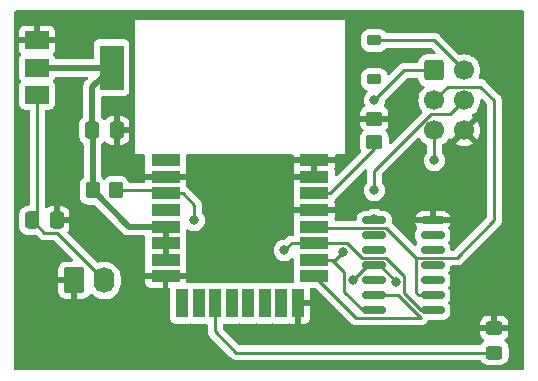
<source format=gtl>
G04 #@! TF.GenerationSoftware,KiCad,Pcbnew,7.0.10*
G04 #@! TF.CreationDate,2024-03-26T17:52:26-05:00*
G04 #@! TF.ProjectId,keychain,6b657963-6861-4696-9e2e-6b696361645f,rev?*
G04 #@! TF.SameCoordinates,Original*
G04 #@! TF.FileFunction,Copper,L1,Top*
G04 #@! TF.FilePolarity,Positive*
%FSLAX46Y46*%
G04 Gerber Fmt 4.6, Leading zero omitted, Abs format (unit mm)*
G04 Created by KiCad (PCBNEW 7.0.10) date 2024-03-26 17:52:26*
%MOMM*%
%LPD*%
G01*
G04 APERTURE LIST*
G04 Aperture macros list*
%AMRoundRect*
0 Rectangle with rounded corners*
0 $1 Rounding radius*
0 $2 $3 $4 $5 $6 $7 $8 $9 X,Y pos of 4 corners*
0 Add a 4 corners polygon primitive as box body*
4,1,4,$2,$3,$4,$5,$6,$7,$8,$9,$2,$3,0*
0 Add four circle primitives for the rounded corners*
1,1,$1+$1,$2,$3*
1,1,$1+$1,$4,$5*
1,1,$1+$1,$6,$7*
1,1,$1+$1,$8,$9*
0 Add four rect primitives between the rounded corners*
20,1,$1+$1,$2,$3,$4,$5,0*
20,1,$1+$1,$4,$5,$6,$7,0*
20,1,$1+$1,$6,$7,$8,$9,0*
20,1,$1+$1,$8,$9,$2,$3,0*%
G04 Aperture macros list end*
G04 #@! TA.AperFunction,SMDPad,CuDef*
%ADD10RoundRect,0.250000X-0.450000X0.350000X-0.450000X-0.350000X0.450000X-0.350000X0.450000X0.350000X0*%
G04 #@! TD*
G04 #@! TA.AperFunction,SMDPad,CuDef*
%ADD11RoundRect,0.225000X0.375000X-0.225000X0.375000X0.225000X-0.375000X0.225000X-0.375000X-0.225000X0*%
G04 #@! TD*
G04 #@! TA.AperFunction,SMDPad,CuDef*
%ADD12R,2.000000X1.500000*%
G04 #@! TD*
G04 #@! TA.AperFunction,SMDPad,CuDef*
%ADD13R,2.000000X3.800000*%
G04 #@! TD*
G04 #@! TA.AperFunction,ComponentPad*
%ADD14RoundRect,0.250000X-0.620000X-0.845000X0.620000X-0.845000X0.620000X0.845000X-0.620000X0.845000X0*%
G04 #@! TD*
G04 #@! TA.AperFunction,ComponentPad*
%ADD15O,1.740000X2.190000*%
G04 #@! TD*
G04 #@! TA.AperFunction,SMDPad,CuDef*
%ADD16RoundRect,0.150000X-0.825000X-0.150000X0.825000X-0.150000X0.825000X0.150000X-0.825000X0.150000X0*%
G04 #@! TD*
G04 #@! TA.AperFunction,SMDPad,CuDef*
%ADD17R,2.450000X1.000000*%
G04 #@! TD*
G04 #@! TA.AperFunction,SMDPad,CuDef*
%ADD18R,1.000000X2.450000*%
G04 #@! TD*
G04 #@! TA.AperFunction,ComponentPad*
%ADD19RoundRect,0.250000X-0.600000X-0.600000X0.600000X-0.600000X0.600000X0.600000X-0.600000X0.600000X0*%
G04 #@! TD*
G04 #@! TA.AperFunction,ComponentPad*
%ADD20C,1.700000*%
G04 #@! TD*
G04 #@! TA.AperFunction,SMDPad,CuDef*
%ADD21RoundRect,0.250000X-0.337500X-0.475000X0.337500X-0.475000X0.337500X0.475000X-0.337500X0.475000X0*%
G04 #@! TD*
G04 #@! TA.AperFunction,SMDPad,CuDef*
%ADD22RoundRect,0.250000X-0.350000X-0.450000X0.350000X-0.450000X0.350000X0.450000X-0.350000X0.450000X0*%
G04 #@! TD*
G04 #@! TA.AperFunction,SMDPad,CuDef*
%ADD23RoundRect,0.250000X-0.450000X0.325000X-0.450000X-0.325000X0.450000X-0.325000X0.450000X0.325000X0*%
G04 #@! TD*
G04 #@! TA.AperFunction,ViaPad*
%ADD24C,0.800000*%
G04 #@! TD*
G04 #@! TA.AperFunction,Conductor*
%ADD25C,0.254000*%
G04 #@! TD*
G04 #@! TA.AperFunction,Conductor*
%ADD26C,0.508000*%
G04 #@! TD*
G04 APERTURE END LIST*
D10*
G04 #@! TO.P,R1,1*
G04 #@! TO.N,GND*
X139700000Y-62500000D03*
G04 #@! TO.P,R1,2*
G04 #@! TO.N,/interrupt*
X139700000Y-64500000D03*
G04 #@! TD*
D11*
G04 #@! TO.P,D1,1,K*
G04 #@! TO.N,+3.3V*
X139700000Y-59180000D03*
G04 #@! TO.P,D1,2,A*
G04 #@! TO.N,Net-(D1-A)*
X139700000Y-55880000D03*
G04 #@! TD*
D12*
G04 #@! TO.P,U3,1,GND*
G04 #@! TO.N,GND*
X111150000Y-55880000D03*
G04 #@! TO.P,U3,2,VO*
G04 #@! TO.N,+3.3V*
X111150000Y-58180000D03*
D13*
X117450000Y-58180000D03*
D12*
G04 #@! TO.P,U3,3,VI*
G04 #@! TO.N,Net-(J3-Pin_2)*
X111150000Y-60480000D03*
G04 #@! TD*
D14*
G04 #@! TO.P,J3,1,Pin_1*
G04 #@! TO.N,GND*
X114300000Y-76200000D03*
D15*
G04 #@! TO.P,J3,2,Pin_2*
G04 #@! TO.N,Net-(J3-Pin_2)*
X116840000Y-76200000D03*
G04 #@! TD*
D16*
G04 #@! TO.P,U1,1,VCC*
G04 #@! TO.N,+3.3V*
X139700000Y-71120000D03*
G04 #@! TO.P,U1,2,XTAL1/PB0*
G04 #@! TO.N,unconnected-(U1-XTAL1{slash}PB0-Pad2)*
X139700000Y-72390000D03*
G04 #@! TO.P,U1,3,XTAL2/PB1*
G04 #@! TO.N,unconnected-(U1-XTAL2{slash}PB1-Pad3)*
X139700000Y-73660000D03*
G04 #@! TO.P,U1,4,~{RESET}/PB3*
G04 #@! TO.N,/RST*
X139700000Y-74930000D03*
G04 #@! TO.P,U1,5,PB2*
G04 #@! TO.N,unconnected-(U1-PB2-Pad5)*
X139700000Y-76200000D03*
G04 #@! TO.P,U1,6,PA7*
G04 #@! TO.N,/Csn*
X139700000Y-77470000D03*
G04 #@! TO.P,U1,7,PA6*
G04 #@! TO.N,/MOSI*
X139700000Y-78740000D03*
G04 #@! TO.P,U1,8,PA5*
G04 #@! TO.N,/MISO*
X144650000Y-78740000D03*
G04 #@! TO.P,U1,9,PA4*
G04 #@! TO.N,/SCK*
X144650000Y-77470000D03*
G04 #@! TO.P,U1,10,PA3*
G04 #@! TO.N,unconnected-(U1-PA3-Pad10)*
X144650000Y-76200000D03*
G04 #@! TO.P,U1,11,PA2*
G04 #@! TO.N,unconnected-(U1-PA2-Pad11)*
X144650000Y-74930000D03*
G04 #@! TO.P,U1,12,PA1*
G04 #@! TO.N,unconnected-(U1-PA1-Pad12)*
X144650000Y-73660000D03*
G04 #@! TO.P,U1,13,AREF/PA0*
G04 #@! TO.N,unconnected-(U1-AREF{slash}PA0-Pad13)*
X144650000Y-72390000D03*
G04 #@! TO.P,U1,14,GND*
G04 #@! TO.N,GND*
X144650000Y-71120000D03*
G04 #@! TD*
D17*
G04 #@! TO.P,DWM1,1,EXTON*
G04 #@! TO.N,unconnected-(DWM1-EXTON-Pad1)*
X122020000Y-66040000D03*
G04 #@! TO.P,DWM1,2,WAKEUP*
G04 #@! TO.N,GND*
X122020000Y-67440000D03*
G04 #@! TO.P,DWM1,3,RSTn*
G04 #@! TO.N,/RST*
X122020000Y-68840000D03*
G04 #@! TO.P,DWM1,4,GPIO7*
G04 #@! TO.N,unconnected-(DWM1-GPIO7-Pad4)*
X122020000Y-70240000D03*
G04 #@! TO.P,DWM1,5,VDDAON*
G04 #@! TO.N,+3.3V*
X122020000Y-71640000D03*
G04 #@! TO.P,DWM1,6,VDD3V3*
X122020000Y-73040000D03*
G04 #@! TO.P,DWM1,7,VDD3V3*
X122020000Y-74440000D03*
G04 #@! TO.P,DWM1,8,VSS*
G04 #@! TO.N,GND*
X122020000Y-75840000D03*
D18*
G04 #@! TO.P,DWM1,9,GPIO6/EXTRXE/SPIHA*
G04 #@! TO.N,unconnected-(DWM1-GPIO6{slash}EXTRXE{slash}SPIHA-Pad9)*
X123420000Y-78135000D03*
G04 #@! TO.P,DWM1,10,GPIO5/EXTTXE/SPIPOL*
G04 #@! TO.N,unconnected-(DWM1-GPIO5{slash}EXTTXE{slash}SPIPOL-Pad10)*
X124820000Y-78135000D03*
G04 #@! TO.P,DWM1,11,GPIO4/EXTPA*
G04 #@! TO.N,Net-(D2-A)*
X126220000Y-78135000D03*
G04 #@! TO.P,DWM1,12,GPIO3/TXLED*
G04 #@! TO.N,unconnected-(DWM1-GPIO3{slash}TXLED-Pad12)*
X127620000Y-78135000D03*
G04 #@! TO.P,DWM1,13,GPIO2/RXLED*
G04 #@! TO.N,unconnected-(DWM1-GPIO2{slash}RXLED-Pad13)*
X129020000Y-78135000D03*
G04 #@! TO.P,DWM1,14,GPIO1/SFDLED*
G04 #@! TO.N,unconnected-(DWM1-GPIO1{slash}SFDLED-Pad14)*
X130420000Y-78135000D03*
G04 #@! TO.P,DWM1,15,GPIO0/RXOKLED*
G04 #@! TO.N,unconnected-(DWM1-GPIO0{slash}RXOKLED-Pad15)*
X131820000Y-78135000D03*
G04 #@! TO.P,DWM1,16,VSS*
G04 #@! TO.N,GND*
X133220000Y-78135000D03*
D17*
G04 #@! TO.P,DWM1,17,SPICSn*
G04 #@! TO.N,/Csn*
X134620000Y-75838800D03*
G04 #@! TO.P,DWM1,18,SPIMOSI*
G04 #@! TO.N,/MOSI*
X134620000Y-74438800D03*
G04 #@! TO.P,DWM1,19,SPIMISO*
G04 #@! TO.N,/MISO*
X134620000Y-73040000D03*
G04 #@! TO.P,DWM1,20,SPICLK*
G04 #@! TO.N,/SCK*
X134620000Y-71640000D03*
G04 #@! TO.P,DWM1,21,VSS*
G04 #@! TO.N,GND*
X134620000Y-70240000D03*
G04 #@! TO.P,DWM1,22,IRQ/GPIO8*
G04 #@! TO.N,/interrupt*
X134620000Y-68840000D03*
G04 #@! TO.P,DWM1,23,VSS*
G04 #@! TO.N,GND*
X134620000Y-67440000D03*
G04 #@! TO.P,DWM1,24,VSS*
X134620000Y-66040000D03*
G04 #@! TD*
D19*
G04 #@! TO.P,J2,1,MISO*
G04 #@! TO.N,/MISO*
X144780000Y-58420000D03*
D20*
G04 #@! TO.P,J2,2,VCC*
G04 #@! TO.N,Net-(D1-A)*
X147320000Y-58420000D03*
G04 #@! TO.P,J2,3,SCK*
G04 #@! TO.N,/SCK*
X144780000Y-60960000D03*
G04 #@! TO.P,J2,4,MOSI*
G04 #@! TO.N,/MOSI*
X147320000Y-60960000D03*
G04 #@! TO.P,J2,5,~{RST}*
G04 #@! TO.N,/RST*
X144780000Y-63500000D03*
G04 #@! TO.P,J2,6,GND*
G04 #@! TO.N,GND*
X147320000Y-63500000D03*
G04 #@! TD*
D21*
G04 #@! TO.P,C2,1*
G04 #@! TO.N,Net-(J3-Pin_2)*
X110722500Y-71120000D03*
G04 #@! TO.P,C2,2*
G04 #@! TO.N,GND*
X112797500Y-71120000D03*
G04 #@! TD*
D22*
G04 #@! TO.P,R3,1*
G04 #@! TO.N,+3.3V*
X115840000Y-68580000D03*
G04 #@! TO.P,R3,2*
G04 #@! TO.N,/RST*
X117840000Y-68580000D03*
G04 #@! TD*
D21*
G04 #@! TO.P,C3,1*
G04 #@! TO.N,+3.3V*
X115802500Y-63500000D03*
G04 #@! TO.P,C3,2*
G04 #@! TO.N,GND*
X117877500Y-63500000D03*
G04 #@! TD*
D23*
G04 #@! TO.P,D2,1,K*
G04 #@! TO.N,GND*
X149860000Y-80255000D03*
G04 #@! TO.P,D2,2,A*
G04 #@! TO.N,Net-(D2-A)*
X149860000Y-82305000D03*
G04 #@! TD*
D24*
G04 #@! TO.N,+3.3V*
X139700000Y-71036000D03*
X122020000Y-71640000D03*
X139700000Y-71036000D03*
X139700000Y-59180000D03*
G04 #@! TO.N,/RST*
X141513000Y-76295199D03*
X144780000Y-66040000D03*
X137887000Y-76200000D03*
X124460000Y-71120000D03*
G04 #@! TO.N,/MOSI*
X139700000Y-68580000D03*
X137081065Y-73767000D03*
G04 #@! TO.N,/MISO*
X132080000Y-73660000D03*
X139700000Y-60960000D03*
G04 #@! TD*
D25*
G04 #@! TO.N,Net-(J3-Pin_2)*
X112812000Y-72172000D02*
X111774500Y-72172000D01*
X111150000Y-60480000D02*
X111150000Y-70692500D01*
X116840000Y-76200000D02*
X112812000Y-72172000D01*
X111774500Y-72172000D02*
X110722500Y-71120000D01*
X111150000Y-70692500D02*
X110722500Y-71120000D01*
D26*
G04 #@! TO.N,+3.3V*
X139700000Y-71036000D02*
X139700000Y-71120000D01*
X115802500Y-63500000D02*
X115802500Y-59827500D01*
X115802500Y-59827500D02*
X117450000Y-58180000D01*
X117450000Y-58180000D02*
X111150000Y-58180000D01*
X122020000Y-73040000D02*
X122020000Y-71640000D01*
X122020000Y-71640000D02*
X118900000Y-71640000D01*
X115840000Y-68580000D02*
X115840000Y-63537500D01*
X115840000Y-63537500D02*
X115802500Y-63500000D01*
X118900000Y-71640000D02*
X115840000Y-68580000D01*
X122020000Y-74440000D02*
X122020000Y-73040000D01*
D25*
G04 #@! TO.N,Net-(D1-A)*
X144780000Y-55880000D02*
X139700000Y-55880000D01*
X147320000Y-58420000D02*
X144780000Y-55880000D01*
G04 #@! TO.N,/RST*
X124460000Y-69801000D02*
X123499000Y-68840000D01*
X139700000Y-74930000D02*
X140147801Y-74930000D01*
X121760000Y-68580000D02*
X122020000Y-68840000D01*
X144780000Y-66040000D02*
X144780000Y-63500000D01*
X124460000Y-71120000D02*
X124460000Y-69801000D01*
X139700000Y-74930000D02*
X139157000Y-74930000D01*
X140147801Y-74930000D02*
X141513000Y-76295199D01*
X117840000Y-68580000D02*
X121760000Y-68580000D01*
X123499000Y-68840000D02*
X122020000Y-68840000D01*
X139157000Y-74930000D02*
X137887000Y-76200000D01*
G04 #@! TO.N,Net-(D2-A)*
X128025000Y-82305000D02*
X149860000Y-82305000D01*
X126220000Y-80500000D02*
X128025000Y-82305000D01*
X126220000Y-78135000D02*
X126220000Y-80500000D01*
G04 #@! TO.N,/Csn*
X138148200Y-79367000D02*
X143623264Y-79367000D01*
X143623264Y-79367000D02*
X141726264Y-77470000D01*
X141726264Y-77470000D02*
X139700000Y-77470000D01*
X134620000Y-75838800D02*
X138148200Y-79367000D01*
G04 #@! TO.N,/MOSI*
X144478470Y-62137000D02*
X139700000Y-66915470D01*
X147320000Y-60960000D02*
X146143000Y-62137000D01*
X146143000Y-62137000D02*
X144478470Y-62137000D01*
X138725001Y-78740000D02*
X139700000Y-78740000D01*
X139700000Y-66915470D02*
X139700000Y-68580000D01*
X137160000Y-77174999D02*
X138725001Y-78740000D01*
X134620000Y-74438800D02*
X136099000Y-74438800D01*
X136409265Y-74438800D02*
X134620000Y-74438800D01*
X137160000Y-75499800D02*
X137160000Y-77174999D01*
X137081065Y-73767000D02*
X136409265Y-74438800D01*
X136099000Y-74438800D02*
X137160000Y-75499800D01*
G04 #@! TO.N,/MISO*
X140726736Y-74303000D02*
X142240000Y-75816264D01*
X144780000Y-58420000D02*
X142240000Y-58420000D01*
X142240000Y-75816264D02*
X142240000Y-77304999D01*
X142240000Y-58420000D02*
X139700000Y-60960000D01*
X132080000Y-73660000D02*
X132700000Y-73040000D01*
X137410264Y-73040000D02*
X138673264Y-74303000D01*
X134620000Y-73040000D02*
X137410264Y-73040000D01*
X142240000Y-77304999D02*
X143675001Y-78740000D01*
X138673264Y-74303000D02*
X140726736Y-74303000D01*
X132700000Y-73040000D02*
X134620000Y-73040000D01*
X143675001Y-78740000D02*
X144650000Y-78740000D01*
G04 #@! TO.N,/SCK*
X135599000Y-71640000D02*
X134620000Y-71640000D01*
X144780000Y-60960000D02*
X145957000Y-59783000D01*
X148683000Y-59783000D02*
X149860000Y-60960000D01*
X140726736Y-71763000D02*
X143266736Y-74303000D01*
X143510000Y-77470000D02*
X144650000Y-77470000D01*
X144780000Y-60960000D02*
X144780000Y-61042928D01*
X143266736Y-77226736D02*
X143510000Y-77470000D01*
X145957000Y-59783000D02*
X148683000Y-59783000D01*
X149860000Y-71120000D02*
X146677000Y-74303000D01*
X134743000Y-71763000D02*
X140726736Y-71763000D01*
X134620000Y-71640000D02*
X134743000Y-71763000D01*
X146677000Y-74303000D02*
X143266736Y-74303000D01*
X149860000Y-60960000D02*
X149860000Y-71120000D01*
X143266736Y-74303000D02*
X143266736Y-77226736D01*
G04 #@! TO.N,/interrupt*
X135960000Y-68840000D02*
X134620000Y-68840000D01*
X139700000Y-65100000D02*
X135960000Y-68840000D01*
X139700000Y-64500000D02*
X139700000Y-65100000D01*
G04 #@! TD*
G04 #@! TA.AperFunction,Conductor*
G04 #@! TO.N,GND*
G36*
X152342539Y-53360185D02*
G01*
X152388294Y-53412989D01*
X152399500Y-53464500D01*
X152399500Y-83695500D01*
X152379815Y-83762539D01*
X152327011Y-83808294D01*
X152275500Y-83819500D01*
X109344500Y-83819500D01*
X109277461Y-83799815D01*
X109231706Y-83747011D01*
X109220500Y-83695500D01*
X109220500Y-71645001D01*
X109634500Y-71645001D01*
X109634501Y-71645019D01*
X109645000Y-71747796D01*
X109645001Y-71747799D01*
X109677056Y-71844533D01*
X109700186Y-71914334D01*
X109792288Y-72063656D01*
X109916344Y-72187712D01*
X110065666Y-72279814D01*
X110232203Y-72334999D01*
X110334991Y-72345500D01*
X111009218Y-72345499D01*
X111076257Y-72365183D01*
X111096899Y-72381818D01*
X111272124Y-72557043D01*
X111281971Y-72569333D01*
X111282189Y-72569154D01*
X111287157Y-72575159D01*
X111336346Y-72621351D01*
X111339143Y-72624062D01*
X111358707Y-72643626D01*
X111361885Y-72646090D01*
X111370781Y-72653687D01*
X111402735Y-72683695D01*
X111402737Y-72683696D01*
X111420367Y-72693387D01*
X111436635Y-72704072D01*
X111452538Y-72716408D01*
X111492762Y-72733814D01*
X111503254Y-72738954D01*
X111541658Y-72760068D01*
X111541660Y-72760069D01*
X111541666Y-72760072D01*
X111560740Y-72764969D01*
X111561160Y-72765077D01*
X111579564Y-72771377D01*
X111598042Y-72779374D01*
X111641351Y-72786233D01*
X111652758Y-72788595D01*
X111695228Y-72799500D01*
X111715358Y-72799500D01*
X111734757Y-72801027D01*
X111754633Y-72804175D01*
X111794609Y-72800396D01*
X111798270Y-72800050D01*
X111809939Y-72799500D01*
X112500719Y-72799500D01*
X112567758Y-72819185D01*
X112588400Y-72835819D01*
X114145900Y-74393319D01*
X114179385Y-74454642D01*
X114174401Y-74524334D01*
X114132529Y-74580267D01*
X114067065Y-74604684D01*
X114058219Y-74605000D01*
X113630028Y-74605000D01*
X113630012Y-74605001D01*
X113527302Y-74615494D01*
X113360880Y-74670641D01*
X113360875Y-74670643D01*
X113211654Y-74762684D01*
X113087684Y-74886654D01*
X112995643Y-75035875D01*
X112995641Y-75035880D01*
X112940494Y-75202302D01*
X112940493Y-75202309D01*
X112930000Y-75305013D01*
X112930000Y-75950000D01*
X113759530Y-75950000D01*
X113720315Y-76044674D01*
X113699866Y-76200000D01*
X113720315Y-76355326D01*
X113759530Y-76450000D01*
X112930001Y-76450000D01*
X112930001Y-77094986D01*
X112940494Y-77197697D01*
X112995641Y-77364119D01*
X112995643Y-77364124D01*
X113087684Y-77513345D01*
X113211654Y-77637315D01*
X113360875Y-77729356D01*
X113360880Y-77729358D01*
X113527302Y-77784505D01*
X113527309Y-77784506D01*
X113630019Y-77794999D01*
X114049999Y-77794999D01*
X114050000Y-77794998D01*
X114050000Y-76740469D01*
X114144674Y-76779685D01*
X114261003Y-76795000D01*
X114338997Y-76795000D01*
X114455326Y-76779685D01*
X114550000Y-76740469D01*
X114550000Y-77794999D01*
X114969972Y-77794999D01*
X114969986Y-77794998D01*
X115072697Y-77784505D01*
X115239119Y-77729358D01*
X115239124Y-77729356D01*
X115388345Y-77637315D01*
X115512315Y-77513345D01*
X115604359Y-77364118D01*
X115605496Y-77361681D01*
X115606722Y-77360287D01*
X115608149Y-77357975D01*
X115608544Y-77358218D01*
X115651664Y-77309237D01*
X115718855Y-77290080D01*
X115785738Y-77310290D01*
X115807404Y-77328275D01*
X115931272Y-77457516D01*
X115931273Y-77457517D01*
X116118834Y-77596237D01*
X116118836Y-77596238D01*
X116118839Y-77596240D01*
X116327153Y-77701270D01*
X116550220Y-77769583D01*
X116781624Y-77799216D01*
X117014707Y-77789314D01*
X117242765Y-77740164D01*
X117459235Y-77653179D01*
X117657891Y-77530862D01*
X117833018Y-77376731D01*
X117979578Y-77195220D01*
X118035572Y-77094986D01*
X118093353Y-76991554D01*
X118093354Y-76991552D01*
X118171073Y-76771584D01*
X118210500Y-76541647D01*
X118210500Y-76090000D01*
X120295000Y-76090000D01*
X120295000Y-76387844D01*
X120301401Y-76447372D01*
X120301403Y-76447379D01*
X120351645Y-76582086D01*
X120351649Y-76582093D01*
X120437809Y-76697187D01*
X120437812Y-76697190D01*
X120552906Y-76783350D01*
X120552913Y-76783354D01*
X120687620Y-76833596D01*
X120687627Y-76833598D01*
X120747155Y-76839999D01*
X120747172Y-76840000D01*
X121770000Y-76840000D01*
X122270000Y-76840000D01*
X122295500Y-76840000D01*
X122362539Y-76859685D01*
X122408294Y-76912489D01*
X122419500Y-76964000D01*
X122419500Y-79407870D01*
X122419501Y-79407876D01*
X122425908Y-79467483D01*
X122476202Y-79602328D01*
X122476206Y-79602335D01*
X122562452Y-79717544D01*
X122562455Y-79717547D01*
X122677664Y-79803793D01*
X122677671Y-79803797D01*
X122812517Y-79854091D01*
X122812516Y-79854091D01*
X122819444Y-79854835D01*
X122872127Y-79860500D01*
X123967872Y-79860499D01*
X124027483Y-79854091D01*
X124076665Y-79835746D01*
X124146355Y-79830761D01*
X124163333Y-79835747D01*
X124212508Y-79854088D01*
X124212511Y-79854088D01*
X124212517Y-79854091D01*
X124272127Y-79860500D01*
X125367872Y-79860499D01*
X125427483Y-79854091D01*
X125427485Y-79854090D01*
X125427487Y-79854090D01*
X125435031Y-79852308D01*
X125435483Y-79854220D01*
X125494837Y-79849965D01*
X125556166Y-79883439D01*
X125589662Y-79944756D01*
X125592500Y-79971136D01*
X125592500Y-80417032D01*
X125590772Y-80432681D01*
X125591054Y-80432708D01*
X125590319Y-80440475D01*
X125592439Y-80507917D01*
X125592500Y-80511811D01*
X125592500Y-80539476D01*
X125593006Y-80543485D01*
X125593921Y-80555116D01*
X125595298Y-80598942D01*
X125600916Y-80618275D01*
X125604862Y-80637329D01*
X125607383Y-80657287D01*
X125607386Y-80657299D01*
X125623519Y-80698048D01*
X125627302Y-80709098D01*
X125639530Y-80751187D01*
X125639530Y-80751188D01*
X125649777Y-80768515D01*
X125658335Y-80785985D01*
X125665745Y-80804701D01*
X125691511Y-80840164D01*
X125697925Y-80849929D01*
X125720234Y-80887652D01*
X125720240Y-80887660D01*
X125734469Y-80901888D01*
X125747106Y-80916684D01*
X125758937Y-80932967D01*
X125792717Y-80960912D01*
X125801346Y-80968765D01*
X127522624Y-82690043D01*
X127532471Y-82702333D01*
X127532689Y-82702154D01*
X127537657Y-82708159D01*
X127586846Y-82754351D01*
X127589643Y-82757062D01*
X127609207Y-82776626D01*
X127612385Y-82779090D01*
X127621281Y-82786687D01*
X127653235Y-82816695D01*
X127653237Y-82816696D01*
X127670867Y-82826387D01*
X127687135Y-82837072D01*
X127703038Y-82849408D01*
X127703040Y-82849409D01*
X127703042Y-82849410D01*
X127722942Y-82858021D01*
X127743260Y-82866813D01*
X127753749Y-82871951D01*
X127792166Y-82893072D01*
X127811667Y-82898079D01*
X127830065Y-82904378D01*
X127848541Y-82912373D01*
X127891849Y-82919232D01*
X127903243Y-82921591D01*
X127945728Y-82932500D01*
X127965864Y-82932500D01*
X127985263Y-82934027D01*
X128005133Y-82937174D01*
X128048761Y-82933049D01*
X128060429Y-82932500D01*
X148645596Y-82932500D01*
X148712635Y-82952185D01*
X148751134Y-82991403D01*
X148817288Y-83098656D01*
X148941344Y-83222712D01*
X149090666Y-83314814D01*
X149257203Y-83369999D01*
X149359991Y-83380500D01*
X150360008Y-83380499D01*
X150360016Y-83380498D01*
X150360019Y-83380498D01*
X150416302Y-83374748D01*
X150462797Y-83369999D01*
X150629334Y-83314814D01*
X150778656Y-83222712D01*
X150902712Y-83098656D01*
X150994814Y-82949334D01*
X151049999Y-82782797D01*
X151060500Y-82680009D01*
X151060499Y-81929992D01*
X151049999Y-81827203D01*
X150994814Y-81660666D01*
X150902712Y-81511344D01*
X150778656Y-81387288D01*
X150775342Y-81385243D01*
X150773546Y-81383248D01*
X150772989Y-81382807D01*
X150773064Y-81382711D01*
X150728618Y-81333297D01*
X150717397Y-81264334D01*
X150745240Y-81200252D01*
X150775348Y-81174165D01*
X150778342Y-81172318D01*
X150902315Y-81048345D01*
X150994356Y-80899124D01*
X150994358Y-80899119D01*
X151049505Y-80732697D01*
X151049506Y-80732690D01*
X151059999Y-80629986D01*
X151060000Y-80629973D01*
X151060000Y-80505000D01*
X148660001Y-80505000D01*
X148660001Y-80629986D01*
X148670494Y-80732697D01*
X148725641Y-80899119D01*
X148725643Y-80899124D01*
X148817684Y-81048345D01*
X148941655Y-81172316D01*
X148941659Y-81172319D01*
X148944656Y-81174168D01*
X148946279Y-81175972D01*
X148947323Y-81176798D01*
X148947181Y-81176976D01*
X148991381Y-81226116D01*
X149002602Y-81295079D01*
X148974759Y-81359161D01*
X148944661Y-81385241D01*
X148941349Y-81387283D01*
X148941343Y-81387288D01*
X148817287Y-81511344D01*
X148751135Y-81618596D01*
X148699187Y-81665321D01*
X148645596Y-81677500D01*
X128336281Y-81677500D01*
X128269242Y-81657815D01*
X128248600Y-81641181D01*
X126883819Y-80276400D01*
X126850334Y-80215077D01*
X126847500Y-80188719D01*
X126847500Y-80005000D01*
X148660000Y-80005000D01*
X149610000Y-80005000D01*
X149610000Y-79180000D01*
X150110000Y-79180000D01*
X150110000Y-80005000D01*
X151059999Y-80005000D01*
X151059999Y-79880028D01*
X151059998Y-79880013D01*
X151049505Y-79777302D01*
X150994358Y-79610880D01*
X150994356Y-79610875D01*
X150902315Y-79461654D01*
X150778345Y-79337684D01*
X150629124Y-79245643D01*
X150629119Y-79245641D01*
X150462697Y-79190494D01*
X150462690Y-79190493D01*
X150359986Y-79180000D01*
X150110000Y-79180000D01*
X149610000Y-79180000D01*
X149360029Y-79180000D01*
X149360012Y-79180001D01*
X149257302Y-79190494D01*
X149090880Y-79245641D01*
X149090875Y-79245643D01*
X148941654Y-79337684D01*
X148817684Y-79461654D01*
X148725643Y-79610875D01*
X148725641Y-79610880D01*
X148670494Y-79777302D01*
X148670493Y-79777309D01*
X148660000Y-79880013D01*
X148660000Y-80005000D01*
X126847500Y-80005000D01*
X126847500Y-79971137D01*
X126867185Y-79904098D01*
X126919989Y-79858343D01*
X126989147Y-79848399D01*
X127004932Y-79852428D01*
X127004962Y-79852306D01*
X127012513Y-79854089D01*
X127012517Y-79854091D01*
X127072127Y-79860500D01*
X128167872Y-79860499D01*
X128227483Y-79854091D01*
X128276665Y-79835746D01*
X128346355Y-79830761D01*
X128363333Y-79835747D01*
X128412508Y-79854088D01*
X128412511Y-79854088D01*
X128412517Y-79854091D01*
X128472127Y-79860500D01*
X129567872Y-79860499D01*
X129627483Y-79854091D01*
X129676665Y-79835746D01*
X129746355Y-79830761D01*
X129763333Y-79835747D01*
X129812508Y-79854088D01*
X129812511Y-79854088D01*
X129812517Y-79854091D01*
X129872127Y-79860500D01*
X130967872Y-79860499D01*
X131027483Y-79854091D01*
X131076665Y-79835746D01*
X131146355Y-79830761D01*
X131163333Y-79835747D01*
X131212508Y-79854088D01*
X131212511Y-79854088D01*
X131212517Y-79854091D01*
X131272127Y-79860500D01*
X132367872Y-79860499D01*
X132427483Y-79854091D01*
X132477382Y-79835479D01*
X132547069Y-79830494D01*
X132564048Y-79835479D01*
X132612628Y-79853598D01*
X132612627Y-79853598D01*
X132672155Y-79859999D01*
X132672172Y-79860000D01*
X132970000Y-79860000D01*
X132970000Y-78385000D01*
X133470000Y-78385000D01*
X133470000Y-79860000D01*
X133767828Y-79860000D01*
X133767844Y-79859999D01*
X133827372Y-79853598D01*
X133827379Y-79853596D01*
X133962086Y-79803354D01*
X133962093Y-79803350D01*
X134077187Y-79717190D01*
X134077190Y-79717187D01*
X134163350Y-79602093D01*
X134163354Y-79602086D01*
X134213596Y-79467379D01*
X134213598Y-79467372D01*
X134219999Y-79407844D01*
X134220000Y-79407827D01*
X134220000Y-78385000D01*
X133470000Y-78385000D01*
X132970000Y-78385000D01*
X132970000Y-78009000D01*
X132989685Y-77941961D01*
X133042489Y-77896206D01*
X133094000Y-77885000D01*
X134220000Y-77885000D01*
X134220000Y-76963299D01*
X134239685Y-76896260D01*
X134292489Y-76850505D01*
X134343998Y-76839299D01*
X134681718Y-76839299D01*
X134748757Y-76858984D01*
X134769399Y-76875618D01*
X137645824Y-79752043D01*
X137655671Y-79764333D01*
X137655889Y-79764154D01*
X137660857Y-79770159D01*
X137660859Y-79770161D01*
X137660860Y-79770162D01*
X137667181Y-79776098D01*
X137710046Y-79816351D01*
X137712843Y-79819062D01*
X137732407Y-79838626D01*
X137735585Y-79841090D01*
X137744479Y-79848685D01*
X137749708Y-79853596D01*
X137776435Y-79878695D01*
X137776437Y-79878696D01*
X137794067Y-79888387D01*
X137810335Y-79899072D01*
X137826238Y-79911408D01*
X137826240Y-79911409D01*
X137826242Y-79911410D01*
X137846142Y-79920021D01*
X137866460Y-79928813D01*
X137876949Y-79933951D01*
X137915366Y-79955072D01*
X137934867Y-79960079D01*
X137953265Y-79966378D01*
X137971741Y-79974373D01*
X138015049Y-79981232D01*
X138026443Y-79983591D01*
X138068928Y-79994500D01*
X138089064Y-79994500D01*
X138108463Y-79996027D01*
X138128333Y-79999174D01*
X138171961Y-79995049D01*
X138183630Y-79994500D01*
X143564122Y-79994500D01*
X143583519Y-79996026D01*
X143603397Y-79999175D01*
X143643192Y-79995413D01*
X143647034Y-79995050D01*
X143658703Y-79994500D01*
X143662740Y-79994500D01*
X143690217Y-79991028D01*
X143694054Y-79990604D01*
X143761237Y-79984254D01*
X143761247Y-79984250D01*
X143768850Y-79982551D01*
X143768912Y-79982831D01*
X143773070Y-79981833D01*
X143772999Y-79981556D01*
X143780553Y-79979616D01*
X143780557Y-79979616D01*
X143843325Y-79954763D01*
X143846916Y-79953406D01*
X143870946Y-79944756D01*
X143910400Y-79930553D01*
X143910403Y-79930551D01*
X143910407Y-79930550D01*
X143910410Y-79930547D01*
X143917357Y-79927008D01*
X143917487Y-79927264D01*
X143921267Y-79925262D01*
X143921129Y-79925011D01*
X143927959Y-79921255D01*
X143927967Y-79921253D01*
X143982572Y-79881579D01*
X143985702Y-79879378D01*
X144041535Y-79841435D01*
X144041542Y-79841426D01*
X144047386Y-79836276D01*
X144047574Y-79836489D01*
X144050734Y-79833614D01*
X144050540Y-79833407D01*
X144056228Y-79828065D01*
X144056227Y-79828065D01*
X144056231Y-79828063D01*
X144099260Y-79776047D01*
X144101717Y-79773170D01*
X144146382Y-79722511D01*
X144146387Y-79722501D01*
X144150767Y-79716058D01*
X144151001Y-79716217D01*
X144153349Y-79712643D01*
X144153109Y-79712491D01*
X144157283Y-79705910D01*
X144157290Y-79705903D01*
X144186015Y-79644856D01*
X144187697Y-79641421D01*
X144204625Y-79608201D01*
X144252602Y-79557407D01*
X144315108Y-79540500D01*
X145540686Y-79540500D01*
X145540694Y-79540500D01*
X145577569Y-79537598D01*
X145577571Y-79537597D01*
X145577573Y-79537597D01*
X145619191Y-79525505D01*
X145735398Y-79491744D01*
X145876865Y-79408081D01*
X145993081Y-79291865D01*
X146076744Y-79150398D01*
X146122598Y-78992569D01*
X146125500Y-78955694D01*
X146125500Y-78524306D01*
X146122598Y-78487431D01*
X146076744Y-78329602D01*
X145993081Y-78188135D01*
X145993078Y-78188132D01*
X145988298Y-78181969D01*
X145990750Y-78180066D01*
X145964155Y-78131421D01*
X145969104Y-78061726D01*
X145989940Y-78029304D01*
X145988298Y-78028031D01*
X145993075Y-78021870D01*
X145993081Y-78021865D01*
X146076744Y-77880398D01*
X146117486Y-77740164D01*
X146122597Y-77722573D01*
X146122598Y-77722567D01*
X146124274Y-77701269D01*
X146125500Y-77685694D01*
X146125500Y-77254306D01*
X146122598Y-77217431D01*
X146076744Y-77059602D01*
X145993081Y-76918135D01*
X145993078Y-76918132D01*
X145988298Y-76911969D01*
X145990750Y-76910066D01*
X145964155Y-76861421D01*
X145969104Y-76791726D01*
X145989940Y-76759304D01*
X145988298Y-76758031D01*
X145993075Y-76751870D01*
X145993081Y-76751865D01*
X146076744Y-76610398D01*
X146122598Y-76452569D01*
X146125500Y-76415694D01*
X146125500Y-75984306D01*
X146122598Y-75947431D01*
X146108798Y-75899933D01*
X146076745Y-75789606D01*
X146076744Y-75789603D01*
X146076744Y-75789602D01*
X145993081Y-75648135D01*
X145993078Y-75648132D01*
X145988298Y-75641969D01*
X145990750Y-75640066D01*
X145964155Y-75591421D01*
X145969104Y-75521726D01*
X145989940Y-75489304D01*
X145988298Y-75488031D01*
X145993075Y-75481870D01*
X145993081Y-75481865D01*
X146076744Y-75340398D01*
X146118958Y-75195097D01*
X146122597Y-75182573D01*
X146122598Y-75182567D01*
X146123968Y-75165158D01*
X146125500Y-75145694D01*
X146125500Y-75054500D01*
X146145185Y-74987461D01*
X146197989Y-74941706D01*
X146249500Y-74930500D01*
X146594033Y-74930500D01*
X146609681Y-74932227D01*
X146609708Y-74931946D01*
X146617475Y-74932680D01*
X146617476Y-74932679D01*
X146617477Y-74932680D01*
X146684919Y-74930561D01*
X146688813Y-74930500D01*
X146716472Y-74930500D01*
X146716476Y-74930500D01*
X146720474Y-74929994D01*
X146732114Y-74929077D01*
X146775943Y-74927701D01*
X146795272Y-74922084D01*
X146814328Y-74918137D01*
X146834293Y-74915616D01*
X146875055Y-74899476D01*
X146886092Y-74895698D01*
X146928191Y-74883468D01*
X146945515Y-74873221D01*
X146962983Y-74864663D01*
X146981703Y-74857253D01*
X147017177Y-74831478D01*
X147026915Y-74825081D01*
X147064656Y-74802763D01*
X147078897Y-74788520D01*
X147093678Y-74775897D01*
X147109967Y-74764063D01*
X147137904Y-74730290D01*
X147145756Y-74721661D01*
X150245043Y-71622374D01*
X150257325Y-71612537D01*
X150257144Y-71612318D01*
X150263157Y-71607342D01*
X150263162Y-71607340D01*
X150309384Y-71558116D01*
X150312033Y-71555384D01*
X150331623Y-71535796D01*
X150334096Y-71532606D01*
X150341682Y-71523722D01*
X150371693Y-71491767D01*
X150381389Y-71474128D01*
X150392073Y-71457861D01*
X150404408Y-71441962D01*
X150421819Y-71401725D01*
X150426942Y-71391265D01*
X150448072Y-71352834D01*
X150453078Y-71333334D01*
X150459376Y-71314936D01*
X150467374Y-71296458D01*
X150474232Y-71253151D01*
X150476596Y-71241736D01*
X150487500Y-71199272D01*
X150487500Y-71179141D01*
X150489027Y-71159741D01*
X150492175Y-71139867D01*
X150488050Y-71096230D01*
X150487500Y-71084561D01*
X150487500Y-61042964D01*
X150489228Y-61027314D01*
X150488946Y-61027288D01*
X150489680Y-61019525D01*
X150487561Y-60952095D01*
X150487500Y-60948200D01*
X150487500Y-60920528D01*
X150487500Y-60920524D01*
X150486992Y-60916509D01*
X150486076Y-60904863D01*
X150485130Y-60874759D01*
X150484700Y-60861057D01*
X150479082Y-60841720D01*
X150475138Y-60822674D01*
X150472616Y-60802707D01*
X150456480Y-60761953D01*
X150452697Y-60750903D01*
X150445051Y-60724586D01*
X150440468Y-60708809D01*
X150436336Y-60701822D01*
X150430225Y-60691489D01*
X150421662Y-60674011D01*
X150414253Y-60655297D01*
X150388489Y-60619837D01*
X150382073Y-60610069D01*
X150359765Y-60572347D01*
X150359759Y-60572339D01*
X150345531Y-60558112D01*
X150332896Y-60543320D01*
X150321063Y-60527033D01*
X150321060Y-60527031D01*
X150321060Y-60527030D01*
X150321058Y-60527028D01*
X150287287Y-60499090D01*
X150278647Y-60491228D01*
X149185376Y-59397957D01*
X149175531Y-59385668D01*
X149175313Y-59385849D01*
X149170340Y-59379838D01*
X149121153Y-59333648D01*
X149118354Y-59330935D01*
X149098797Y-59311377D01*
X149095607Y-59308903D01*
X149086716Y-59301310D01*
X149054768Y-59271308D01*
X149054763Y-59271304D01*
X149037122Y-59261606D01*
X149020857Y-59250922D01*
X149004963Y-59238593D01*
X149004962Y-59238592D01*
X148964735Y-59221184D01*
X148954247Y-59216045D01*
X148915838Y-59194929D01*
X148915828Y-59194926D01*
X148896334Y-59189920D01*
X148877933Y-59183620D01*
X148859459Y-59175626D01*
X148859452Y-59175624D01*
X148816173Y-59168770D01*
X148804733Y-59166401D01*
X148762279Y-59155500D01*
X148762272Y-59155500D01*
X148742142Y-59155500D01*
X148722743Y-59153973D01*
X148702868Y-59150825D01*
X148702865Y-59150824D01*
X148674106Y-59153543D01*
X148605512Y-59140253D01*
X148554992Y-59091989D01*
X148538585Y-59024073D01*
X148550055Y-58977695D01*
X148593903Y-58883663D01*
X148655063Y-58655408D01*
X148675659Y-58420000D01*
X148655063Y-58184592D01*
X148593903Y-57956337D01*
X148494035Y-57742171D01*
X148451275Y-57681102D01*
X148358494Y-57548597D01*
X148191402Y-57381506D01*
X148191395Y-57381501D01*
X148172883Y-57368539D01*
X148107162Y-57322520D01*
X147997834Y-57245967D01*
X147997830Y-57245965D01*
X147872814Y-57187669D01*
X147783663Y-57146097D01*
X147783659Y-57146096D01*
X147783655Y-57146094D01*
X147555413Y-57084938D01*
X147555403Y-57084936D01*
X147320001Y-57064341D01*
X147319999Y-57064341D01*
X147084596Y-57084936D01*
X147084583Y-57084939D01*
X146986356Y-57111258D01*
X146916507Y-57109595D01*
X146866583Y-57079164D01*
X145282376Y-55494957D01*
X145272531Y-55482668D01*
X145272313Y-55482849D01*
X145267340Y-55476838D01*
X145218153Y-55430648D01*
X145215354Y-55427935D01*
X145195797Y-55408377D01*
X145192607Y-55405903D01*
X145183716Y-55398310D01*
X145151768Y-55368308D01*
X145151763Y-55368304D01*
X145134122Y-55358606D01*
X145117857Y-55347922D01*
X145115772Y-55346305D01*
X145101962Y-55335592D01*
X145061735Y-55318184D01*
X145051247Y-55313045D01*
X145012838Y-55291929D01*
X145012828Y-55291926D01*
X144993334Y-55286920D01*
X144974933Y-55280620D01*
X144956459Y-55272626D01*
X144956452Y-55272624D01*
X144913173Y-55265770D01*
X144901733Y-55263401D01*
X144859279Y-55252500D01*
X144859272Y-55252500D01*
X144839142Y-55252500D01*
X144819743Y-55250973D01*
X144799868Y-55247825D01*
X144799867Y-55247825D01*
X144756230Y-55251950D01*
X144744561Y-55252500D01*
X140747966Y-55252500D01*
X140680927Y-55232815D01*
X140650701Y-55205412D01*
X140647968Y-55201956D01*
X140528044Y-55082032D01*
X140528040Y-55082029D01*
X140383705Y-54993001D01*
X140383699Y-54992998D01*
X140383697Y-54992997D01*
X140383694Y-54992996D01*
X140222709Y-54939651D01*
X140123346Y-54929500D01*
X139276662Y-54929500D01*
X139276644Y-54929501D01*
X139177292Y-54939650D01*
X139177289Y-54939651D01*
X139016305Y-54992996D01*
X139016294Y-54993001D01*
X138871959Y-55082029D01*
X138871955Y-55082032D01*
X138752032Y-55201955D01*
X138752029Y-55201959D01*
X138663001Y-55346294D01*
X138662996Y-55346305D01*
X138609651Y-55507290D01*
X138599500Y-55606647D01*
X138599500Y-56153337D01*
X138599501Y-56153355D01*
X138609650Y-56252707D01*
X138609651Y-56252710D01*
X138662996Y-56413694D01*
X138663001Y-56413705D01*
X138752029Y-56558040D01*
X138752032Y-56558044D01*
X138871955Y-56677967D01*
X138871959Y-56677970D01*
X139016294Y-56766998D01*
X139016297Y-56766999D01*
X139016303Y-56767003D01*
X139177292Y-56820349D01*
X139276655Y-56830500D01*
X140123344Y-56830499D01*
X140123352Y-56830498D01*
X140123355Y-56830498D01*
X140177760Y-56824940D01*
X140222708Y-56820349D01*
X140383697Y-56767003D01*
X140528044Y-56677968D01*
X140647968Y-56558044D01*
X140647970Y-56558039D01*
X140650701Y-56554588D01*
X140707723Y-56514212D01*
X140747966Y-56507500D01*
X144468719Y-56507500D01*
X144535758Y-56527185D01*
X144556400Y-56543819D01*
X144870400Y-56857819D01*
X144903885Y-56919142D01*
X144898901Y-56988834D01*
X144857029Y-57044767D01*
X144791565Y-57069184D01*
X144782719Y-57069500D01*
X144129998Y-57069500D01*
X144129980Y-57069501D01*
X144027203Y-57080000D01*
X144027200Y-57080001D01*
X143860668Y-57135185D01*
X143860663Y-57135187D01*
X143711342Y-57227289D01*
X143587289Y-57351342D01*
X143495187Y-57500663D01*
X143495185Y-57500668D01*
X143440001Y-57667204D01*
X143440000Y-57667205D01*
X143438581Y-57681102D01*
X143412185Y-57745794D01*
X143355004Y-57785946D01*
X143315223Y-57792500D01*
X142322965Y-57792500D01*
X142307314Y-57790772D01*
X142307288Y-57791054D01*
X142299525Y-57790319D01*
X142232095Y-57792439D01*
X142228200Y-57792500D01*
X142200519Y-57792500D01*
X142196501Y-57793007D01*
X142184874Y-57793922D01*
X142141058Y-57795299D01*
X142141054Y-57795300D01*
X142121722Y-57800916D01*
X142102682Y-57804859D01*
X142082708Y-57807383D01*
X142082701Y-57807385D01*
X142041955Y-57823517D01*
X142030907Y-57827300D01*
X141988809Y-57839531D01*
X141988808Y-57839531D01*
X141971474Y-57849782D01*
X141954012Y-57858336D01*
X141935300Y-57865745D01*
X141935295Y-57865748D01*
X141899836Y-57891510D01*
X141890077Y-57897920D01*
X141852341Y-57920238D01*
X141838107Y-57934472D01*
X141823318Y-57947104D01*
X141807032Y-57958937D01*
X141779090Y-57992712D01*
X141771229Y-58001350D01*
X140976042Y-58796537D01*
X140914719Y-58830022D01*
X140845027Y-58825038D01*
X140789094Y-58783166D01*
X140770655Y-58747860D01*
X140737003Y-58646303D01*
X140736999Y-58646297D01*
X140736998Y-58646294D01*
X140647970Y-58501959D01*
X140647967Y-58501955D01*
X140528044Y-58382032D01*
X140528040Y-58382029D01*
X140383705Y-58293001D01*
X140383699Y-58292998D01*
X140383697Y-58292997D01*
X140383694Y-58292996D01*
X140222709Y-58239651D01*
X140123346Y-58229500D01*
X139276662Y-58229500D01*
X139276644Y-58229501D01*
X139177292Y-58239650D01*
X139177289Y-58239651D01*
X139016305Y-58292996D01*
X139016294Y-58293001D01*
X138871959Y-58382029D01*
X138871955Y-58382032D01*
X138752032Y-58501955D01*
X138752029Y-58501959D01*
X138663001Y-58646294D01*
X138662996Y-58646305D01*
X138609651Y-58807290D01*
X138599500Y-58906647D01*
X138599500Y-59453337D01*
X138599501Y-59453355D01*
X138609650Y-59552707D01*
X138609651Y-59552710D01*
X138662996Y-59713694D01*
X138663001Y-59713705D01*
X138752029Y-59858040D01*
X138752032Y-59858044D01*
X138871955Y-59977967D01*
X138871959Y-59977970D01*
X139016294Y-60066998D01*
X139016297Y-60066999D01*
X139016303Y-60067003D01*
X139049376Y-60077962D01*
X139106821Y-60117735D01*
X139133644Y-60182251D01*
X139121329Y-60251027D01*
X139097931Y-60281790D01*
X139098478Y-60282282D01*
X138967466Y-60427785D01*
X138872821Y-60591715D01*
X138872818Y-60591722D01*
X138814327Y-60771740D01*
X138814326Y-60771744D01*
X138794540Y-60960000D01*
X138814326Y-61148256D01*
X138814327Y-61148259D01*
X138872820Y-61328283D01*
X138886323Y-61351671D01*
X138902795Y-61419571D01*
X138879942Y-61485598D01*
X138844033Y-61519208D01*
X138781656Y-61557682D01*
X138657684Y-61681654D01*
X138565643Y-61830875D01*
X138565641Y-61830880D01*
X138510494Y-61997302D01*
X138510493Y-61997309D01*
X138500000Y-62100013D01*
X138500000Y-62250000D01*
X140899999Y-62250000D01*
X140899999Y-62100028D01*
X140899998Y-62100013D01*
X140889505Y-61997302D01*
X140834358Y-61830880D01*
X140834356Y-61830875D01*
X140742315Y-61681654D01*
X140618344Y-61557683D01*
X140618340Y-61557680D01*
X140555966Y-61519207D01*
X140509241Y-61467259D01*
X140498020Y-61398297D01*
X140513675Y-61351673D01*
X140527179Y-61328284D01*
X140585674Y-61148256D01*
X140602989Y-60983505D01*
X140629572Y-60918894D01*
X140638619Y-60908798D01*
X142463600Y-59083819D01*
X142524923Y-59050334D01*
X142551281Y-59047500D01*
X143315223Y-59047500D01*
X143382262Y-59067185D01*
X143428017Y-59119989D01*
X143438581Y-59158897D01*
X143440001Y-59172797D01*
X143440001Y-59172799D01*
X143495185Y-59339331D01*
X143495187Y-59339336D01*
X143525373Y-59388275D01*
X143587288Y-59488656D01*
X143711344Y-59612712D01*
X143860666Y-59704814D01*
X143869264Y-59707663D01*
X143926707Y-59747433D01*
X143953531Y-59811948D01*
X143941217Y-59880724D01*
X143912234Y-59917483D01*
X143912427Y-59917676D01*
X143910798Y-59919304D01*
X143909975Y-59920349D01*
X143908599Y-59921503D01*
X143741505Y-60088597D01*
X143605965Y-60282169D01*
X143605964Y-60282171D01*
X143506098Y-60496335D01*
X143506094Y-60496344D01*
X143444938Y-60724586D01*
X143444936Y-60724596D01*
X143424341Y-60959999D01*
X143424341Y-60960000D01*
X143444936Y-61195403D01*
X143444938Y-61195413D01*
X143506094Y-61423655D01*
X143506096Y-61423659D01*
X143506097Y-61423663D01*
X143568591Y-61557682D01*
X143605965Y-61637830D01*
X143605967Y-61637834D01*
X143744610Y-61835836D01*
X143742890Y-61837040D01*
X143767263Y-61892698D01*
X143756239Y-61961693D01*
X143731945Y-61996104D01*
X141112180Y-64615870D01*
X141050857Y-64649355D01*
X140981165Y-64644371D01*
X140925232Y-64602499D01*
X140900815Y-64537035D01*
X140900499Y-64528189D01*
X140900499Y-64099998D01*
X140900498Y-64099981D01*
X140889999Y-63997203D01*
X140889998Y-63997200D01*
X140834814Y-63830666D01*
X140742712Y-63681344D01*
X140648695Y-63587327D01*
X140615210Y-63526004D01*
X140620194Y-63456312D01*
X140648695Y-63411964D01*
X140742317Y-63318342D01*
X140834356Y-63169124D01*
X140834358Y-63169119D01*
X140889505Y-63002697D01*
X140889506Y-63002690D01*
X140899999Y-62899986D01*
X140900000Y-62899973D01*
X140900000Y-62750000D01*
X138500001Y-62750000D01*
X138500001Y-62899986D01*
X138510494Y-63002697D01*
X138565641Y-63169119D01*
X138565643Y-63169124D01*
X138657684Y-63318345D01*
X138751304Y-63411965D01*
X138784789Y-63473288D01*
X138779805Y-63542980D01*
X138751305Y-63587327D01*
X138657287Y-63681345D01*
X138565187Y-63830663D01*
X138565186Y-63830666D01*
X138510001Y-63997203D01*
X138510001Y-63997204D01*
X138510000Y-63997204D01*
X138499500Y-64099983D01*
X138499500Y-64900001D01*
X138499501Y-64900019D01*
X138510000Y-65002796D01*
X138510001Y-65002799D01*
X138565185Y-65169331D01*
X138565186Y-65169334D01*
X138565188Y-65169338D01*
X138565191Y-65169343D01*
X138581644Y-65196019D01*
X138600083Y-65263412D01*
X138579159Y-65330075D01*
X138563785Y-65348794D01*
X136556681Y-67355899D01*
X136495358Y-67389384D01*
X136425666Y-67384400D01*
X136369733Y-67342528D01*
X136345316Y-67277064D01*
X136345000Y-67268218D01*
X136345000Y-66892172D01*
X136344999Y-66892155D01*
X136338597Y-66832622D01*
X136338597Y-66832621D01*
X136320214Y-66783335D01*
X136315228Y-66713644D01*
X136320214Y-66696665D01*
X136338597Y-66647378D01*
X136338597Y-66647377D01*
X136344999Y-66587844D01*
X136345000Y-66587827D01*
X136345000Y-66290000D01*
X134870000Y-66290000D01*
X134870000Y-67566000D01*
X134850315Y-67633039D01*
X134797511Y-67678794D01*
X134746000Y-67690000D01*
X132895000Y-67690000D01*
X132895000Y-67987844D01*
X132901401Y-68047372D01*
X132901403Y-68047383D01*
X132919519Y-68095953D01*
X132924503Y-68165644D01*
X132919520Y-68182616D01*
X132900908Y-68232517D01*
X132894501Y-68292116D01*
X132894500Y-68292135D01*
X132894500Y-69387870D01*
X132894501Y-69387876D01*
X132900909Y-69447484D01*
X132919519Y-69497382D01*
X132924503Y-69567074D01*
X132919520Y-69584046D01*
X132901402Y-69632623D01*
X132901401Y-69632627D01*
X132895000Y-69692155D01*
X132895000Y-69990000D01*
X136345000Y-69990000D01*
X136345000Y-69692172D01*
X136344999Y-69692155D01*
X136338598Y-69632627D01*
X136320479Y-69584048D01*
X136315495Y-69514356D01*
X136320476Y-69497391D01*
X136339091Y-69447483D01*
X136342761Y-69413347D01*
X136345720Y-69385831D01*
X136372458Y-69321280D01*
X136387668Y-69306812D01*
X136387282Y-69306401D01*
X136392961Y-69301067D01*
X136392967Y-69301063D01*
X136420904Y-69267290D01*
X136428756Y-69258661D01*
X138857657Y-66829760D01*
X138918978Y-66796277D01*
X138988670Y-66801261D01*
X139044603Y-66843133D01*
X139068785Y-66905771D01*
X139071949Y-66939235D01*
X139072500Y-66950907D01*
X139072500Y-67883534D01*
X139052815Y-67950573D01*
X139040650Y-67966506D01*
X138967466Y-68047785D01*
X138872821Y-68211715D01*
X138872818Y-68211722D01*
X138815113Y-68389322D01*
X138814326Y-68391744D01*
X138794540Y-68580000D01*
X138814326Y-68768256D01*
X138814327Y-68768259D01*
X138872818Y-68948277D01*
X138872821Y-68948284D01*
X138967467Y-69112216D01*
X139094129Y-69252888D01*
X139247265Y-69364148D01*
X139247270Y-69364151D01*
X139420192Y-69441142D01*
X139420197Y-69441144D01*
X139605354Y-69480500D01*
X139605355Y-69480500D01*
X139794644Y-69480500D01*
X139794646Y-69480500D01*
X139979803Y-69441144D01*
X140152730Y-69364151D01*
X140305871Y-69252888D01*
X140432533Y-69112216D01*
X140527179Y-68948284D01*
X140585674Y-68768256D01*
X140605460Y-68580000D01*
X140585674Y-68391744D01*
X140527179Y-68211716D01*
X140432533Y-68047784D01*
X140359350Y-67966506D01*
X140329120Y-67903515D01*
X140327500Y-67883534D01*
X140327500Y-67226750D01*
X140347185Y-67159711D01*
X140363814Y-67139074D01*
X143391412Y-64111475D01*
X143452733Y-64077992D01*
X143522425Y-64082976D01*
X143578358Y-64124848D01*
X143591472Y-64146751D01*
X143605847Y-64177578D01*
X143605966Y-64177832D01*
X143687395Y-64294124D01*
X143741505Y-64371401D01*
X143908599Y-64538495D01*
X144099624Y-64672252D01*
X144143248Y-64726828D01*
X144152500Y-64773826D01*
X144152500Y-65343534D01*
X144132815Y-65410573D01*
X144120650Y-65426506D01*
X144047466Y-65507785D01*
X143952821Y-65671715D01*
X143952818Y-65671722D01*
X143894327Y-65851740D01*
X143894326Y-65851744D01*
X143874540Y-66040000D01*
X143894326Y-66228256D01*
X143894327Y-66228259D01*
X143952818Y-66408277D01*
X143952821Y-66408284D01*
X144047467Y-66572216D01*
X144115237Y-66647482D01*
X144174129Y-66712888D01*
X144327265Y-66824148D01*
X144327270Y-66824151D01*
X144500192Y-66901142D01*
X144500197Y-66901144D01*
X144685354Y-66940500D01*
X144685355Y-66940500D01*
X144874644Y-66940500D01*
X144874646Y-66940500D01*
X145059803Y-66901144D01*
X145232730Y-66824151D01*
X145385871Y-66712888D01*
X145512533Y-66572216D01*
X145607179Y-66408284D01*
X145665674Y-66228256D01*
X145685460Y-66040000D01*
X145665674Y-65851744D01*
X145607179Y-65671716D01*
X145512533Y-65507784D01*
X145439350Y-65426506D01*
X145409120Y-65363515D01*
X145407500Y-65343534D01*
X145407500Y-64773826D01*
X145427185Y-64706787D01*
X145460375Y-64672252D01*
X145651401Y-64538495D01*
X145818495Y-64371401D01*
X145948732Y-64185403D01*
X146003307Y-64141780D01*
X146072805Y-64134586D01*
X146135160Y-64166109D01*
X146151880Y-64185405D01*
X146205073Y-64261373D01*
X146836922Y-63629523D01*
X146860507Y-63709844D01*
X146938239Y-63830798D01*
X147046900Y-63924952D01*
X147177685Y-63984680D01*
X147187466Y-63986086D01*
X146558625Y-64614925D01*
X146642421Y-64673599D01*
X146856507Y-64773429D01*
X146856516Y-64773433D01*
X147084673Y-64834567D01*
X147084684Y-64834569D01*
X147319998Y-64855157D01*
X147320002Y-64855157D01*
X147555315Y-64834569D01*
X147555326Y-64834567D01*
X147783483Y-64773433D01*
X147783492Y-64773429D01*
X147997578Y-64673600D01*
X147997582Y-64673598D01*
X148081373Y-64614926D01*
X148081373Y-64614925D01*
X147452533Y-63986086D01*
X147462315Y-63984680D01*
X147593100Y-63924952D01*
X147701761Y-63830798D01*
X147779493Y-63709844D01*
X147803076Y-63629524D01*
X148434925Y-64261373D01*
X148434926Y-64261373D01*
X148493598Y-64177582D01*
X148493600Y-64177578D01*
X148593429Y-63963492D01*
X148593433Y-63963483D01*
X148654567Y-63735326D01*
X148654569Y-63735315D01*
X148675157Y-63500001D01*
X148675157Y-63499998D01*
X148654569Y-63264684D01*
X148654567Y-63264673D01*
X148593433Y-63036516D01*
X148593429Y-63036507D01*
X148493600Y-62822423D01*
X148493599Y-62822421D01*
X148434925Y-62738626D01*
X148434925Y-62738625D01*
X147803076Y-63370475D01*
X147779493Y-63290156D01*
X147701761Y-63169202D01*
X147593100Y-63075048D01*
X147462315Y-63015320D01*
X147452532Y-63013913D01*
X148081373Y-62385073D01*
X148081373Y-62385072D01*
X148005405Y-62331880D01*
X147961780Y-62277304D01*
X147954586Y-62207805D01*
X147986108Y-62145451D01*
X148005399Y-62128734D01*
X148191401Y-61998495D01*
X148358495Y-61831401D01*
X148494035Y-61637830D01*
X148593903Y-61423663D01*
X148655063Y-61195408D01*
X148675659Y-60960000D01*
X148675659Y-60959999D01*
X148676131Y-60954606D01*
X148677913Y-60954761D01*
X148695344Y-60895401D01*
X148748148Y-60849646D01*
X148817306Y-60839702D01*
X148880862Y-60868727D01*
X148887340Y-60874759D01*
X149196181Y-61183600D01*
X149229666Y-61244923D01*
X149232500Y-61271281D01*
X149232500Y-70808719D01*
X149212815Y-70875758D01*
X149196181Y-70896400D01*
X146453400Y-73639181D01*
X146392077Y-73672666D01*
X146365719Y-73675500D01*
X146249500Y-73675500D01*
X146182461Y-73655815D01*
X146136706Y-73603011D01*
X146125500Y-73551500D01*
X146125500Y-73444313D01*
X146125499Y-73444302D01*
X146122598Y-73407431D01*
X146121828Y-73404782D01*
X146076745Y-73249606D01*
X146076744Y-73249603D01*
X146076744Y-73249602D01*
X145993081Y-73108135D01*
X145993078Y-73108132D01*
X145988298Y-73101969D01*
X145990750Y-73100066D01*
X145964155Y-73051421D01*
X145969104Y-72981726D01*
X145989940Y-72949304D01*
X145988298Y-72948031D01*
X145993075Y-72941870D01*
X145993081Y-72941865D01*
X146076744Y-72800398D01*
X146120532Y-72649681D01*
X146122597Y-72642573D01*
X146122598Y-72642567D01*
X146124163Y-72622677D01*
X146125500Y-72605694D01*
X146125500Y-72174306D01*
X146122598Y-72137431D01*
X146121789Y-72134647D01*
X146076745Y-71979606D01*
X146076744Y-71979603D01*
X146076744Y-71979602D01*
X145993081Y-71838135D01*
X145993078Y-71838132D01*
X145988298Y-71831969D01*
X145990635Y-71830155D01*
X145963798Y-71781050D01*
X145968756Y-71711356D01*
X145989554Y-71678998D01*
X145987903Y-71677717D01*
X145992686Y-71671550D01*
X146076281Y-71530198D01*
X146122100Y-71372486D01*
X146122295Y-71370001D01*
X146122295Y-71370000D01*
X143177705Y-71370000D01*
X143177704Y-71370001D01*
X143177899Y-71372486D01*
X143223718Y-71530198D01*
X143307314Y-71671552D01*
X143312100Y-71677722D01*
X143309640Y-71679629D01*
X143336210Y-71728288D01*
X143331226Y-71797980D01*
X143310162Y-71830781D01*
X143311699Y-71831974D01*
X143306915Y-71838140D01*
X143223255Y-71979603D01*
X143223254Y-71979606D01*
X143177402Y-72137426D01*
X143177401Y-72137432D01*
X143174500Y-72174298D01*
X143174500Y-72605701D01*
X143177401Y-72642567D01*
X143177402Y-72642573D01*
X143223254Y-72800393D01*
X143223255Y-72800396D01*
X143306917Y-72941862D01*
X143311702Y-72948031D01*
X143309256Y-72949927D01*
X143335857Y-72998642D01*
X143330873Y-73068334D01*
X143310069Y-73100703D01*
X143311702Y-73101969D01*
X143306919Y-73108135D01*
X143259107Y-73188980D01*
X143208037Y-73236663D01*
X143139295Y-73249166D01*
X143074706Y-73222520D01*
X143064694Y-73213539D01*
X141229111Y-71377956D01*
X141219267Y-71365669D01*
X141219049Y-71365850D01*
X141209103Y-71353827D01*
X141210234Y-71352890D01*
X141179219Y-71300095D01*
X141175500Y-71269953D01*
X141175500Y-70904313D01*
X141175499Y-70904298D01*
X141174977Y-70897669D01*
X141172800Y-70869998D01*
X143177704Y-70869998D01*
X143177705Y-70870000D01*
X144400000Y-70870000D01*
X144400000Y-70320000D01*
X144900000Y-70320000D01*
X144900000Y-70870000D01*
X146122295Y-70870000D01*
X146122295Y-70869998D01*
X146122100Y-70867513D01*
X146076281Y-70709801D01*
X145992685Y-70568447D01*
X145992678Y-70568438D01*
X145876561Y-70452321D01*
X145876552Y-70452314D01*
X145735196Y-70368717D01*
X145735193Y-70368716D01*
X145577495Y-70322900D01*
X145577489Y-70322899D01*
X145540649Y-70320000D01*
X144900000Y-70320000D01*
X144400000Y-70320000D01*
X143759350Y-70320000D01*
X143722510Y-70322899D01*
X143722504Y-70322900D01*
X143564806Y-70368716D01*
X143564803Y-70368717D01*
X143423447Y-70452314D01*
X143423438Y-70452321D01*
X143307321Y-70568438D01*
X143307314Y-70568447D01*
X143223718Y-70709801D01*
X143177899Y-70867513D01*
X143177704Y-70869998D01*
X141172800Y-70869998D01*
X141172598Y-70867431D01*
X141166773Y-70847383D01*
X141126745Y-70709606D01*
X141126744Y-70709603D01*
X141126744Y-70709602D01*
X141043081Y-70568135D01*
X141043079Y-70568133D01*
X141043076Y-70568129D01*
X140926870Y-70451923D01*
X140926862Y-70451917D01*
X140848681Y-70405681D01*
X140785398Y-70368256D01*
X140785397Y-70368255D01*
X140785396Y-70368255D01*
X140785393Y-70368254D01*
X140627573Y-70322402D01*
X140627567Y-70322401D01*
X140590701Y-70319500D01*
X140590694Y-70319500D01*
X140286134Y-70319500D01*
X140219095Y-70299815D01*
X140213249Y-70295818D01*
X140152734Y-70251851D01*
X140152729Y-70251848D01*
X139979807Y-70174857D01*
X139979802Y-70174855D01*
X139834001Y-70143865D01*
X139794646Y-70135500D01*
X139605354Y-70135500D01*
X139572897Y-70142398D01*
X139420197Y-70174855D01*
X139420192Y-70174857D01*
X139247270Y-70251848D01*
X139247265Y-70251851D01*
X139186751Y-70295818D01*
X139120945Y-70319298D01*
X139113866Y-70319500D01*
X138809298Y-70319500D01*
X138772432Y-70322401D01*
X138772426Y-70322402D01*
X138614606Y-70368254D01*
X138614603Y-70368255D01*
X138473137Y-70451917D01*
X138473129Y-70451923D01*
X138356923Y-70568129D01*
X138356917Y-70568137D01*
X138273255Y-70709603D01*
X138273254Y-70709606D01*
X138227402Y-70867426D01*
X138227401Y-70867432D01*
X138224500Y-70904298D01*
X138224500Y-71011500D01*
X138204815Y-71078539D01*
X138152011Y-71124294D01*
X138100500Y-71135500D01*
X136461540Y-71135500D01*
X136394501Y-71115815D01*
X136348746Y-71063011D01*
X136340864Y-71040017D01*
X136339091Y-71032516D01*
X136320480Y-70982618D01*
X136315495Y-70912927D01*
X136320480Y-70895949D01*
X136338597Y-70847375D01*
X136338598Y-70847372D01*
X136344999Y-70787844D01*
X136345000Y-70787827D01*
X136345000Y-70490000D01*
X132895000Y-70490000D01*
X132895000Y-70787844D01*
X132901401Y-70847372D01*
X132901403Y-70847383D01*
X132919519Y-70895953D01*
X132924503Y-70965644D01*
X132919520Y-70982616D01*
X132900908Y-71032517D01*
X132894501Y-71092116D01*
X132894500Y-71092135D01*
X132894500Y-72187870D01*
X132894501Y-72187876D01*
X132900909Y-72247484D01*
X132902692Y-72255029D01*
X132900784Y-72255479D01*
X132905027Y-72314866D01*
X132871538Y-72376187D01*
X132810213Y-72409668D01*
X132783863Y-72412500D01*
X132782965Y-72412500D01*
X132767314Y-72410772D01*
X132767288Y-72411054D01*
X132759525Y-72410319D01*
X132692095Y-72412439D01*
X132688200Y-72412500D01*
X132660519Y-72412500D01*
X132656501Y-72413007D01*
X132644874Y-72413922D01*
X132601058Y-72415299D01*
X132601054Y-72415300D01*
X132581722Y-72420916D01*
X132562682Y-72424859D01*
X132542712Y-72427382D01*
X132542708Y-72427383D01*
X132501953Y-72443519D01*
X132490905Y-72447301D01*
X132448812Y-72459530D01*
X132448805Y-72459533D01*
X132431480Y-72469779D01*
X132414010Y-72478337D01*
X132395298Y-72485745D01*
X132359826Y-72511516D01*
X132350066Y-72517927D01*
X132312346Y-72540234D01*
X132298106Y-72554474D01*
X132283320Y-72567102D01*
X132267033Y-72578936D01*
X132239095Y-72612706D01*
X132231235Y-72621343D01*
X132129400Y-72723180D01*
X132068077Y-72756666D01*
X132041718Y-72759500D01*
X131985354Y-72759500D01*
X131959116Y-72765077D01*
X131800197Y-72798855D01*
X131800192Y-72798857D01*
X131627270Y-72875848D01*
X131627265Y-72875851D01*
X131474129Y-72987111D01*
X131347466Y-73127785D01*
X131252821Y-73291715D01*
X131252818Y-73291722D01*
X131203241Y-73444306D01*
X131194326Y-73471744D01*
X131174540Y-73660000D01*
X131194326Y-73848256D01*
X131194327Y-73848259D01*
X131252818Y-74028277D01*
X131252821Y-74028284D01*
X131347467Y-74192216D01*
X131445567Y-74301167D01*
X131474129Y-74332888D01*
X131627265Y-74444148D01*
X131627270Y-74444151D01*
X131800192Y-74521142D01*
X131800197Y-74521144D01*
X131985354Y-74560500D01*
X131985355Y-74560500D01*
X132174644Y-74560500D01*
X132174646Y-74560500D01*
X132359803Y-74521144D01*
X132532730Y-74444151D01*
X132685871Y-74332888D01*
X132685881Y-74332875D01*
X132687520Y-74331402D01*
X132688688Y-74330841D01*
X132691129Y-74329068D01*
X132691453Y-74329514D01*
X132750509Y-74301167D01*
X132819845Y-74309786D01*
X132873514Y-74354523D01*
X132894477Y-74421174D01*
X132894500Y-74423545D01*
X132894500Y-74986670D01*
X132894501Y-74986676D01*
X132900908Y-75046282D01*
X132914004Y-75081393D01*
X132917590Y-75091009D01*
X132919253Y-75095466D01*
X132924237Y-75165158D01*
X132919253Y-75182131D01*
X132900909Y-75231314D01*
X132900908Y-75231316D01*
X132894501Y-75290916D01*
X132894500Y-75290927D01*
X132894500Y-75789606D01*
X132894501Y-76286000D01*
X132874817Y-76353039D01*
X132822013Y-76398794D01*
X132770501Y-76410000D01*
X132672155Y-76410000D01*
X132612627Y-76416401D01*
X132612623Y-76416402D01*
X132564046Y-76434520D01*
X132494354Y-76439503D01*
X132477382Y-76434519D01*
X132427485Y-76415909D01*
X132427483Y-76415908D01*
X132367883Y-76409501D01*
X132367881Y-76409500D01*
X132367873Y-76409500D01*
X132367864Y-76409500D01*
X131272129Y-76409500D01*
X131272123Y-76409501D01*
X131212516Y-76415908D01*
X131163332Y-76434253D01*
X131093640Y-76439237D01*
X131076667Y-76434253D01*
X131027482Y-76415908D01*
X131027483Y-76415908D01*
X130967883Y-76409501D01*
X130967881Y-76409500D01*
X130967873Y-76409500D01*
X130967864Y-76409500D01*
X129872129Y-76409500D01*
X129872123Y-76409501D01*
X129812516Y-76415908D01*
X129763332Y-76434253D01*
X129693640Y-76439237D01*
X129676667Y-76434253D01*
X129627482Y-76415908D01*
X129627483Y-76415908D01*
X129567883Y-76409501D01*
X129567881Y-76409500D01*
X129567873Y-76409500D01*
X129567864Y-76409500D01*
X128472129Y-76409500D01*
X128472123Y-76409501D01*
X128412516Y-76415908D01*
X128363332Y-76434253D01*
X128293640Y-76439237D01*
X128276667Y-76434253D01*
X128227482Y-76415908D01*
X128227483Y-76415908D01*
X128167883Y-76409501D01*
X128167881Y-76409500D01*
X128167873Y-76409500D01*
X128167864Y-76409500D01*
X127072129Y-76409500D01*
X127072123Y-76409501D01*
X127012516Y-76415908D01*
X126963332Y-76434253D01*
X126893640Y-76439237D01*
X126876667Y-76434253D01*
X126827482Y-76415908D01*
X126827483Y-76415908D01*
X126767883Y-76409501D01*
X126767881Y-76409500D01*
X126767873Y-76409500D01*
X126767864Y-76409500D01*
X125672129Y-76409500D01*
X125672123Y-76409501D01*
X125612516Y-76415908D01*
X125563332Y-76434253D01*
X125493640Y-76439237D01*
X125476667Y-76434253D01*
X125427482Y-76415908D01*
X125427483Y-76415908D01*
X125367883Y-76409501D01*
X125367881Y-76409500D01*
X125367873Y-76409500D01*
X125367864Y-76409500D01*
X124272129Y-76409500D01*
X124272123Y-76409501D01*
X124212516Y-76415908D01*
X124163332Y-76434253D01*
X124093640Y-76439237D01*
X124076667Y-76434253D01*
X124027482Y-76415908D01*
X124027483Y-76415908D01*
X123967883Y-76409501D01*
X123967881Y-76409500D01*
X123967873Y-76409500D01*
X123967865Y-76409500D01*
X123869000Y-76409500D01*
X123801961Y-76389815D01*
X123756206Y-76337011D01*
X123745000Y-76285500D01*
X123745000Y-76090000D01*
X122270000Y-76090000D01*
X122270000Y-76840000D01*
X121770000Y-76840000D01*
X121770000Y-76090000D01*
X120295000Y-76090000D01*
X118210500Y-76090000D01*
X118210500Y-75916784D01*
X118210499Y-75916765D01*
X118195671Y-75742553D01*
X118195670Y-75742551D01*
X118195670Y-75742547D01*
X118136885Y-75516781D01*
X118040792Y-75304198D01*
X117910153Y-75110912D01*
X117748728Y-74942484D01*
X117748727Y-74942483D01*
X117748726Y-74942482D01*
X117561165Y-74803762D01*
X117505878Y-74775887D01*
X117352847Y-74698730D01*
X117129780Y-74630417D01*
X117129778Y-74630416D01*
X117129776Y-74630416D01*
X116898370Y-74600783D01*
X116665299Y-74610685D01*
X116665290Y-74610686D01*
X116437239Y-74659835D01*
X116437238Y-74659835D01*
X116437235Y-74659836D01*
X116334907Y-74700954D01*
X116265365Y-74707684D01*
X116203221Y-74675748D01*
X116200995Y-74673576D01*
X113744551Y-72217132D01*
X113711066Y-72155809D01*
X113716050Y-72086117D01*
X113726694Y-72064354D01*
X113819353Y-71914130D01*
X113819358Y-71914119D01*
X113874505Y-71747697D01*
X113874506Y-71747690D01*
X113884999Y-71644986D01*
X113885000Y-71644973D01*
X113885000Y-71370000D01*
X112671500Y-71370000D01*
X112604461Y-71350315D01*
X112558706Y-71297511D01*
X112547500Y-71246000D01*
X112547500Y-69895000D01*
X113047500Y-69895000D01*
X113047500Y-70870000D01*
X113884999Y-70870000D01*
X113884999Y-70595028D01*
X113884998Y-70595013D01*
X113874505Y-70492302D01*
X113819358Y-70325880D01*
X113819356Y-70325875D01*
X113727315Y-70176654D01*
X113603345Y-70052684D01*
X113454124Y-69960643D01*
X113454119Y-69960641D01*
X113287697Y-69905494D01*
X113287690Y-69905493D01*
X113184986Y-69895000D01*
X113047500Y-69895000D01*
X112547500Y-69895000D01*
X112410027Y-69895000D01*
X112410012Y-69895001D01*
X112307302Y-69905494D01*
X112140880Y-69960641D01*
X112140875Y-69960643D01*
X111991654Y-70052684D01*
X111989181Y-70055158D01*
X111987064Y-70056313D01*
X111985993Y-70057161D01*
X111985848Y-70056977D01*
X111927858Y-70088643D01*
X111858166Y-70083659D01*
X111802233Y-70041787D01*
X111777816Y-69976323D01*
X111777500Y-69967477D01*
X111777500Y-61854499D01*
X111797185Y-61787460D01*
X111849989Y-61741705D01*
X111901500Y-61730499D01*
X112197871Y-61730499D01*
X112197872Y-61730499D01*
X112257483Y-61724091D01*
X112392331Y-61673796D01*
X112507546Y-61587546D01*
X112593796Y-61472331D01*
X112644091Y-61337483D01*
X112650500Y-61277873D01*
X112650499Y-59682128D01*
X112644091Y-59622517D01*
X112640433Y-59612710D01*
X112593797Y-59487671D01*
X112593796Y-59487669D01*
X112531393Y-59404310D01*
X112506977Y-59338847D01*
X112521828Y-59270574D01*
X112531394Y-59255689D01*
X112544193Y-59238592D01*
X112593796Y-59172331D01*
X112644091Y-59037483D01*
X112644091Y-59037477D01*
X112645861Y-59029991D01*
X112680431Y-58969273D01*
X112742341Y-58936884D01*
X112766539Y-58934500D01*
X115329113Y-58934500D01*
X115396152Y-58954185D01*
X115441907Y-59006989D01*
X115451851Y-59076147D01*
X115422826Y-59139703D01*
X115416802Y-59146172D01*
X115346930Y-59216045D01*
X115314242Y-59248733D01*
X115300613Y-59260511D01*
X115281207Y-59274959D01*
X115249174Y-59313133D01*
X115241887Y-59321086D01*
X115237920Y-59325054D01*
X115237918Y-59325056D01*
X115218589Y-59349501D01*
X115216315Y-59352293D01*
X115167834Y-59410071D01*
X115163866Y-59416105D01*
X115163822Y-59416076D01*
X115159709Y-59422531D01*
X115159754Y-59422559D01*
X115155962Y-59428706D01*
X115124081Y-59497072D01*
X115122512Y-59500312D01*
X115088675Y-59567691D01*
X115086204Y-59574479D01*
X115086155Y-59574461D01*
X115083641Y-59581693D01*
X115083691Y-59581710D01*
X115081420Y-59588562D01*
X115066171Y-59662411D01*
X115065391Y-59665930D01*
X115047999Y-59739316D01*
X115047161Y-59746487D01*
X115047107Y-59746480D01*
X115046330Y-59754096D01*
X115046383Y-59754101D01*
X115045753Y-59761290D01*
X115047948Y-59836693D01*
X115048000Y-59840300D01*
X115048000Y-62331410D01*
X115028315Y-62398449D01*
X115000916Y-62428672D01*
X114996345Y-62432286D01*
X114872289Y-62556342D01*
X114780187Y-62705663D01*
X114780185Y-62705668D01*
X114780115Y-62705880D01*
X114725001Y-62872203D01*
X114725001Y-62872204D01*
X114725000Y-62872204D01*
X114714500Y-62974983D01*
X114714500Y-64025001D01*
X114714501Y-64025019D01*
X114725000Y-64127796D01*
X114725001Y-64127799D01*
X114741498Y-64177582D01*
X114780186Y-64294334D01*
X114872096Y-64443345D01*
X114872289Y-64443657D01*
X114996345Y-64567713D01*
X115026594Y-64586370D01*
X115073320Y-64638317D01*
X115085500Y-64691910D01*
X115085500Y-67428509D01*
X115065815Y-67495548D01*
X115026600Y-67534046D01*
X115021343Y-67537288D01*
X114897289Y-67661342D01*
X114805187Y-67810663D01*
X114805185Y-67810668D01*
X114786352Y-67867504D01*
X114750001Y-67977203D01*
X114750001Y-67977204D01*
X114750000Y-67977204D01*
X114739500Y-68079983D01*
X114739500Y-69080001D01*
X114739501Y-69080019D01*
X114750000Y-69182796D01*
X114750001Y-69182799D01*
X114805185Y-69349331D01*
X114805187Y-69349336D01*
X114826762Y-69384315D01*
X114897288Y-69498656D01*
X115021344Y-69622712D01*
X115170666Y-69714814D01*
X115337203Y-69769999D01*
X115439991Y-69780500D01*
X115922113Y-69780499D01*
X115989152Y-69800183D01*
X116009794Y-69816818D01*
X118321234Y-72128258D01*
X118333016Y-72141891D01*
X118343377Y-72155809D01*
X118347461Y-72161294D01*
X118385638Y-72193328D01*
X118393614Y-72200638D01*
X118397554Y-72204579D01*
X118422010Y-72223916D01*
X118424807Y-72226195D01*
X118482572Y-72274667D01*
X118488609Y-72278637D01*
X118488579Y-72278682D01*
X118495034Y-72282794D01*
X118495063Y-72282748D01*
X118501204Y-72286536D01*
X118501206Y-72286537D01*
X118501209Y-72286539D01*
X118569614Y-72318436D01*
X118572799Y-72319979D01*
X118640189Y-72353824D01*
X118640198Y-72353826D01*
X118646977Y-72356294D01*
X118646957Y-72356346D01*
X118654186Y-72358859D01*
X118654203Y-72358808D01*
X118661056Y-72361079D01*
X118661059Y-72361079D01*
X118661060Y-72361080D01*
X118735008Y-72376348D01*
X118738414Y-72377103D01*
X118811812Y-72394500D01*
X118811818Y-72394500D01*
X118818985Y-72395338D01*
X118818978Y-72395391D01*
X118826596Y-72396170D01*
X118826601Y-72396117D01*
X118833790Y-72396746D01*
X118833793Y-72396745D01*
X118833794Y-72396746D01*
X118909195Y-72394552D01*
X118912802Y-72394500D01*
X120170500Y-72394500D01*
X120237539Y-72414185D01*
X120283294Y-72466989D01*
X120294500Y-72518500D01*
X120294500Y-73587870D01*
X120294501Y-73587876D01*
X120300908Y-73647482D01*
X120305577Y-73660000D01*
X120319252Y-73696665D01*
X120319253Y-73696666D01*
X120324237Y-73766358D01*
X120319253Y-73783331D01*
X120300909Y-73832514D01*
X120300908Y-73832516D01*
X120294501Y-73892116D01*
X120294501Y-73892123D01*
X120294500Y-73892135D01*
X120294500Y-74987870D01*
X120294501Y-74987876D01*
X120300909Y-75047484D01*
X120319519Y-75097382D01*
X120324503Y-75167074D01*
X120319520Y-75184046D01*
X120301402Y-75232623D01*
X120301401Y-75232627D01*
X120295000Y-75292155D01*
X120295000Y-75590000D01*
X123745000Y-75590000D01*
X123745000Y-75292172D01*
X123744999Y-75292155D01*
X123738598Y-75232627D01*
X123720479Y-75184048D01*
X123715495Y-75114356D01*
X123720476Y-75097391D01*
X123739091Y-75047483D01*
X123745500Y-74987873D01*
X123745499Y-73892128D01*
X123739091Y-73832517D01*
X123720747Y-73783334D01*
X123715762Y-73713643D01*
X123720747Y-73696665D01*
X123739089Y-73647488D01*
X123739091Y-73647483D01*
X123745500Y-73587873D01*
X123745499Y-72492128D01*
X123739091Y-72432517D01*
X123739090Y-72432514D01*
X123720747Y-72383334D01*
X123715762Y-72313643D01*
X123720747Y-72296665D01*
X123739089Y-72247488D01*
X123739088Y-72247488D01*
X123739091Y-72247483D01*
X123745500Y-72187873D01*
X123745499Y-71957326D01*
X123765183Y-71890288D01*
X123817987Y-71844533D01*
X123887146Y-71834589D01*
X123942384Y-71857009D01*
X124007265Y-71904148D01*
X124007270Y-71904151D01*
X124180192Y-71981142D01*
X124180197Y-71981144D01*
X124365354Y-72020500D01*
X124365355Y-72020500D01*
X124554644Y-72020500D01*
X124554646Y-72020500D01*
X124739803Y-71981144D01*
X124912730Y-71904151D01*
X125065871Y-71792888D01*
X125192533Y-71652216D01*
X125287179Y-71488284D01*
X125345674Y-71308256D01*
X125365460Y-71120000D01*
X125345674Y-70931744D01*
X125287179Y-70751716D01*
X125192533Y-70587784D01*
X125119350Y-70506506D01*
X125089120Y-70443515D01*
X125087500Y-70423534D01*
X125087500Y-69883964D01*
X125089228Y-69868314D01*
X125088946Y-69868288D01*
X125089680Y-69860525D01*
X125089107Y-69842307D01*
X125087561Y-69793095D01*
X125087500Y-69789200D01*
X125087500Y-69761528D01*
X125087500Y-69761524D01*
X125086992Y-69757509D01*
X125086076Y-69745863D01*
X125084700Y-69702057D01*
X125079082Y-69682720D01*
X125075138Y-69663674D01*
X125072616Y-69643707D01*
X125056480Y-69602953D01*
X125052697Y-69591903D01*
X125049916Y-69582331D01*
X125040468Y-69549809D01*
X125034667Y-69540000D01*
X125030225Y-69532489D01*
X125021662Y-69515011D01*
X125014253Y-69496297D01*
X124988485Y-69460832D01*
X124982073Y-69451069D01*
X124959765Y-69413347D01*
X124959759Y-69413339D01*
X124945531Y-69399112D01*
X124932896Y-69384320D01*
X124921063Y-69368033D01*
X124921060Y-69368031D01*
X124921060Y-69368030D01*
X124921058Y-69368028D01*
X124887287Y-69340090D01*
X124878647Y-69332228D01*
X124001376Y-68454957D01*
X123991531Y-68442668D01*
X123991313Y-68442849D01*
X123986340Y-68436838D01*
X123937153Y-68390648D01*
X123934354Y-68387935D01*
X123914797Y-68368377D01*
X123911607Y-68365903D01*
X123902716Y-68358310D01*
X123870768Y-68328308D01*
X123870763Y-68328304D01*
X123853122Y-68318606D01*
X123836857Y-68307922D01*
X123820963Y-68295593D01*
X123820962Y-68295592D01*
X123799860Y-68286460D01*
X123746154Y-68241769D01*
X123732929Y-68215995D01*
X123720480Y-68182619D01*
X123715495Y-68112927D01*
X123720480Y-68095949D01*
X123738597Y-68047375D01*
X123738598Y-68047372D01*
X123744999Y-67987844D01*
X123745000Y-67987827D01*
X123745000Y-67690000D01*
X120295000Y-67690000D01*
X120295000Y-67828500D01*
X120275315Y-67895539D01*
X120222511Y-67941294D01*
X120171000Y-67952500D01*
X119011354Y-67952500D01*
X118944315Y-67932815D01*
X118898560Y-67880011D01*
X118893648Y-67867504D01*
X118884369Y-67839501D01*
X118874814Y-67810666D01*
X118782712Y-67661344D01*
X118658656Y-67537288D01*
X118509334Y-67445186D01*
X118342797Y-67390001D01*
X118342795Y-67390000D01*
X118240010Y-67379500D01*
X117439998Y-67379500D01*
X117439980Y-67379501D01*
X117337203Y-67390000D01*
X117337200Y-67390001D01*
X117170668Y-67445185D01*
X117170663Y-67445187D01*
X117021342Y-67537289D01*
X116927681Y-67630951D01*
X116866358Y-67664436D01*
X116796666Y-67659452D01*
X116752319Y-67630951D01*
X116658656Y-67537288D01*
X116653400Y-67534046D01*
X116606677Y-67482097D01*
X116594500Y-67428509D01*
X116594500Y-64633230D01*
X116614185Y-64566191D01*
X116630819Y-64545549D01*
X116648179Y-64528189D01*
X116732712Y-64443656D01*
X116734752Y-64440347D01*
X116736745Y-64438555D01*
X116737193Y-64437989D01*
X116737289Y-64438065D01*
X116786694Y-64393623D01*
X116855656Y-64382395D01*
X116919740Y-64410234D01*
X116945829Y-64440339D01*
X116947681Y-64443341D01*
X116947683Y-64443344D01*
X117071654Y-64567315D01*
X117220875Y-64659356D01*
X117220880Y-64659358D01*
X117387302Y-64714505D01*
X117387309Y-64714506D01*
X117490019Y-64724999D01*
X117627499Y-64724999D01*
X117627500Y-64724998D01*
X117627500Y-63750000D01*
X118127500Y-63750000D01*
X118127500Y-64724999D01*
X118264972Y-64724999D01*
X118264986Y-64724998D01*
X118367697Y-64714505D01*
X118534119Y-64659358D01*
X118534124Y-64659356D01*
X118683345Y-64567315D01*
X118807315Y-64443345D01*
X118899356Y-64294124D01*
X118899358Y-64294119D01*
X118954505Y-64127697D01*
X118954506Y-64127690D01*
X118964999Y-64024986D01*
X118965000Y-64024973D01*
X118965000Y-63750000D01*
X118127500Y-63750000D01*
X117627500Y-63750000D01*
X117627500Y-62275000D01*
X118127500Y-62275000D01*
X118127500Y-63250000D01*
X118964999Y-63250000D01*
X118964999Y-62975028D01*
X118964998Y-62975013D01*
X118954505Y-62872302D01*
X118899358Y-62705880D01*
X118899356Y-62705875D01*
X118807315Y-62556654D01*
X118683345Y-62432684D01*
X118534124Y-62340643D01*
X118534119Y-62340641D01*
X118367697Y-62285494D01*
X118367690Y-62285493D01*
X118264986Y-62275000D01*
X118127500Y-62275000D01*
X117627500Y-62275000D01*
X117490027Y-62275000D01*
X117490012Y-62275001D01*
X117387302Y-62285494D01*
X117220880Y-62340641D01*
X117220875Y-62340643D01*
X117071654Y-62432684D01*
X116947683Y-62556655D01*
X116947679Y-62556660D01*
X116945826Y-62559665D01*
X116944018Y-62561290D01*
X116943202Y-62562323D01*
X116943025Y-62562183D01*
X116893874Y-62606385D01*
X116824911Y-62617601D01*
X116760831Y-62589752D01*
X116734753Y-62559653D01*
X116734737Y-62559628D01*
X116732712Y-62556344D01*
X116608656Y-62432288D01*
X116608654Y-62432286D01*
X116604084Y-62428672D01*
X116563710Y-62371648D01*
X116557000Y-62331410D01*
X116557000Y-60704499D01*
X116576685Y-60637460D01*
X116629489Y-60591705D01*
X116681000Y-60580499D01*
X118497871Y-60580499D01*
X118497872Y-60580499D01*
X118557483Y-60574091D01*
X118692331Y-60523796D01*
X118807546Y-60437546D01*
X118893796Y-60322331D01*
X118944091Y-60187483D01*
X118950500Y-60127873D01*
X118950499Y-56232128D01*
X118944091Y-56172517D01*
X118936937Y-56153337D01*
X118893797Y-56037671D01*
X118893793Y-56037664D01*
X118807547Y-55922455D01*
X118807544Y-55922452D01*
X118692335Y-55836206D01*
X118692328Y-55836202D01*
X118557482Y-55785908D01*
X118557483Y-55785908D01*
X118497883Y-55779501D01*
X118497881Y-55779500D01*
X118497873Y-55779500D01*
X118497864Y-55779500D01*
X116402129Y-55779500D01*
X116402123Y-55779501D01*
X116342516Y-55785908D01*
X116207671Y-55836202D01*
X116207664Y-55836206D01*
X116092455Y-55922452D01*
X116092452Y-55922455D01*
X116006206Y-56037664D01*
X116006202Y-56037671D01*
X115955908Y-56172517D01*
X115949501Y-56232116D01*
X115949501Y-56232123D01*
X115949500Y-56232135D01*
X115949500Y-57301500D01*
X115929815Y-57368539D01*
X115877011Y-57414294D01*
X115825500Y-57425500D01*
X112766540Y-57425500D01*
X112699501Y-57405815D01*
X112653746Y-57353011D01*
X112645864Y-57330017D01*
X112644092Y-57322520D01*
X112593797Y-57187671D01*
X112593795Y-57187668D01*
X112531081Y-57103893D01*
X112506664Y-57038431D01*
X112521515Y-56970158D01*
X112531082Y-56955271D01*
X112593352Y-56872089D01*
X112593354Y-56872086D01*
X112643596Y-56737379D01*
X112643598Y-56737372D01*
X112649999Y-56677844D01*
X112650000Y-56677827D01*
X112650000Y-56130000D01*
X109650000Y-56130000D01*
X109650000Y-56677844D01*
X109656401Y-56737372D01*
X109656403Y-56737379D01*
X109706645Y-56872086D01*
X109706646Y-56872088D01*
X109768918Y-56955272D01*
X109793335Y-57020736D01*
X109778484Y-57089009D01*
X109768918Y-57103894D01*
X109706204Y-57187669D01*
X109706202Y-57187671D01*
X109655908Y-57322517D01*
X109649501Y-57382116D01*
X109649500Y-57382135D01*
X109649500Y-58977870D01*
X109649501Y-58977876D01*
X109655908Y-59037483D01*
X109706202Y-59172328D01*
X109706203Y-59172330D01*
X109768606Y-59255689D01*
X109793023Y-59321153D01*
X109778172Y-59389426D01*
X109768606Y-59404311D01*
X109706203Y-59487669D01*
X109706202Y-59487671D01*
X109655908Y-59622517D01*
X109651241Y-59665930D01*
X109649501Y-59682123D01*
X109649500Y-59682135D01*
X109649500Y-61277870D01*
X109649501Y-61277876D01*
X109655908Y-61337483D01*
X109706202Y-61472328D01*
X109706206Y-61472335D01*
X109792452Y-61587544D01*
X109792455Y-61587547D01*
X109907664Y-61673793D01*
X109907671Y-61673797D01*
X109928737Y-61681654D01*
X110042517Y-61724091D01*
X110102127Y-61730500D01*
X110398501Y-61730499D01*
X110465539Y-61750183D01*
X110511294Y-61802987D01*
X110522500Y-61854499D01*
X110522500Y-69770500D01*
X110502815Y-69837539D01*
X110450011Y-69883294D01*
X110398502Y-69894500D01*
X110334999Y-69894500D01*
X110334980Y-69894501D01*
X110232203Y-69905000D01*
X110232200Y-69905001D01*
X110065668Y-69960185D01*
X110065663Y-69960187D01*
X109916342Y-70052289D01*
X109792289Y-70176342D01*
X109700187Y-70325663D01*
X109700185Y-70325668D01*
X109685920Y-70368717D01*
X109645001Y-70492203D01*
X109645001Y-70492204D01*
X109645000Y-70492204D01*
X109634500Y-70594983D01*
X109634500Y-71645001D01*
X109220500Y-71645001D01*
X109220500Y-55630000D01*
X109650000Y-55630000D01*
X110900000Y-55630000D01*
X110900000Y-54630000D01*
X111400000Y-54630000D01*
X111400000Y-55630000D01*
X112650000Y-55630000D01*
X112650000Y-55082172D01*
X112649999Y-55082155D01*
X112643598Y-55022627D01*
X112643596Y-55022620D01*
X112593354Y-54887913D01*
X112593350Y-54887906D01*
X112507190Y-54772812D01*
X112507187Y-54772809D01*
X112392093Y-54686649D01*
X112392086Y-54686645D01*
X112257379Y-54636403D01*
X112257372Y-54636401D01*
X112197844Y-54630000D01*
X111400000Y-54630000D01*
X110900000Y-54630000D01*
X110102155Y-54630000D01*
X110042627Y-54636401D01*
X110042620Y-54636403D01*
X109907913Y-54686645D01*
X109907906Y-54686649D01*
X109792812Y-54772809D01*
X109792809Y-54772812D01*
X109706649Y-54887906D01*
X109706645Y-54887913D01*
X109656403Y-55022620D01*
X109656401Y-55022627D01*
X109650000Y-55082155D01*
X109650000Y-55630000D01*
X109220500Y-55630000D01*
X109220500Y-54138800D01*
X119430000Y-54138800D01*
X119430000Y-65518800D01*
X120170500Y-65518800D01*
X120237539Y-65538485D01*
X120283294Y-65591289D01*
X120294500Y-65642800D01*
X120294500Y-66587870D01*
X120294501Y-66587876D01*
X120300909Y-66647484D01*
X120319519Y-66697382D01*
X120324503Y-66767074D01*
X120319520Y-66784046D01*
X120301402Y-66832623D01*
X120301401Y-66832627D01*
X120295000Y-66892155D01*
X120295000Y-67190000D01*
X123745000Y-67190000D01*
X123745000Y-66892172D01*
X123744999Y-66892155D01*
X123738598Y-66832627D01*
X123720479Y-66784048D01*
X123715495Y-66714356D01*
X123720476Y-66697391D01*
X123739091Y-66647483D01*
X123745500Y-66587873D01*
X123745500Y-66290000D01*
X132895000Y-66290000D01*
X132895000Y-66587844D01*
X132901401Y-66647372D01*
X132901403Y-66647380D01*
X132919786Y-66696667D01*
X132924770Y-66766359D01*
X132919786Y-66783333D01*
X132901403Y-66832619D01*
X132901401Y-66832627D01*
X132895000Y-66892155D01*
X132895000Y-67190000D01*
X134370000Y-67190000D01*
X134370000Y-66290000D01*
X132895000Y-66290000D01*
X123745500Y-66290000D01*
X123745499Y-65642799D01*
X123765183Y-65575761D01*
X123817987Y-65530006D01*
X123869499Y-65518800D01*
X132771000Y-65518800D01*
X132838039Y-65538485D01*
X132883794Y-65591289D01*
X132895000Y-65642800D01*
X132895000Y-65790000D01*
X136345000Y-65790000D01*
X136345000Y-65642800D01*
X136364685Y-65575761D01*
X136417489Y-65530006D01*
X136469000Y-65518800D01*
X137210000Y-65518800D01*
X137210000Y-54138800D01*
X119430000Y-54138800D01*
X109220500Y-54138800D01*
X109220500Y-53464500D01*
X109240185Y-53397461D01*
X109292989Y-53351706D01*
X109344500Y-53340500D01*
X152275500Y-53340500D01*
X152342539Y-53360185D01*
G37*
G04 #@! TD.AperFunction*
G04 #@! TD*
M02*

</source>
